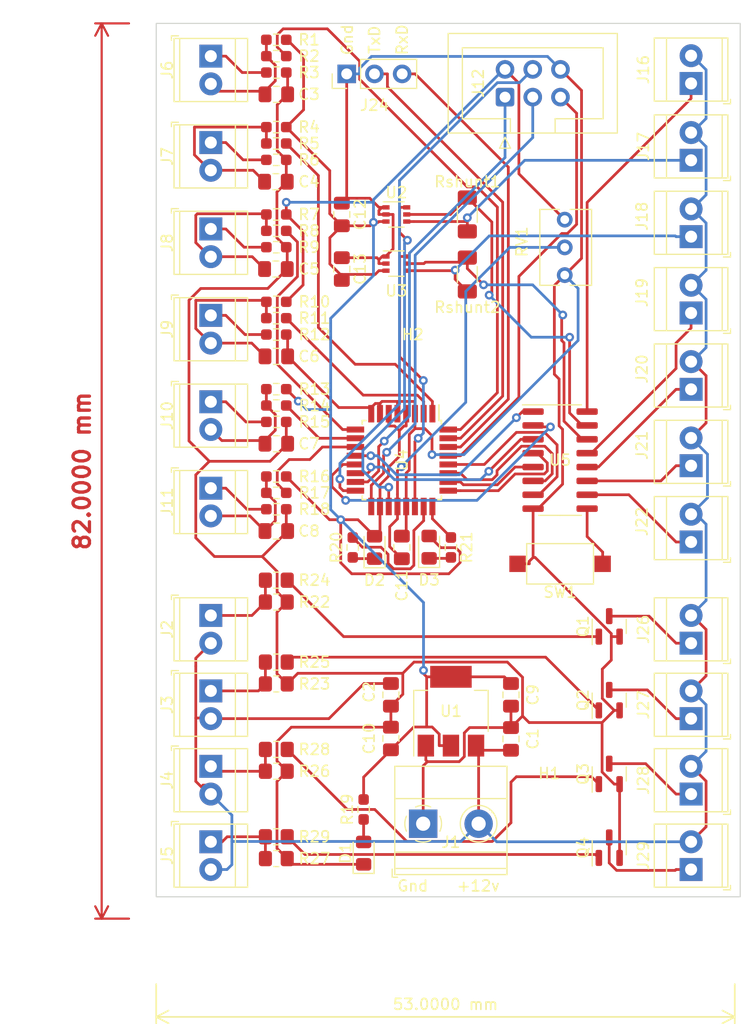
<source format=kicad_pcb>
(kicad_pcb (version 20211014) (generator pcbnew)
  (layers (0 "F.Cu" signal) (31 "B.Cu" signal) (34 "B.Paste" user) (35 "F.Paste" user) (36 "B.SilkS" user "B.Silkscreen") (37 "F.SilkS" user "F.Silkscreen") (38 "B.Mask" user) (39 "F.Mask" user) (44 "Edge.Cuts" user))
  (net 0 "")
  (net 1 "Net-(C3-Pad1)")
  (net 2 "Net-(C4-Pad1)")
  (net 3 "Net-(C5-Pad1)")
  (net 4 "Net-(C6-Pad1)")
  (net 5 "Net-(C7-Pad1)")
  (net 6 "+5V")
  (net 7 "/General 1 out")
  (net 8 "12 IN")
  (net 9 "/Oil out")
  (net 10 "RST")
  (net 11 "B2 shunt")
  (net 12 "B1 Shunt")
  (net 13 "B1 in")
  (net 14 "B2 in")
  (net 15 "fuel in")
  (net 16 "Oil in")
  (net 17 "General 1 in")
  (net 18 "GND")
  (net 19 "I3")
  (net 20 "I4")
  (net 21 "/Blink 1 out")
  (net 22 "/Blink 2 out")
  (net 23 "Fuel LEDc")
  (net 24 "I2")
  (net 25 "I1")
  (net 26 "Oil Ledc")
  (net 27 "neutral Ledc")
  (net 28 "Turn Ledc")
  (net 29 "Blink 1 ctrl")
  (net 30 "Blink 2 ctrl")
  (net 31 "Net-(J7-Pad1)")
  (net 32 "Net-(J10-Pad1)")
  (net 33 "General c")
  (net 34 "Turn Sig 2c")
  (net 35 "Turn Sig 1c")
  (net 36 "Net-(D3-Pad1)")
  (net 37 "Net-(D2-Pad1)")
  (net 38 "Net-(D1-Pad2)")
  (net 39 "/Fuel LED out")
  (net 40 "/Neutral out")
  (net 41 "/Blink LED out")
  (net 42 "Neutral in")
  (net 43 "MISO")
  (net 44 "MOSI")
  (net 45 "SCK")
  (net 46 "Net-(J6-Pad1)")
  (net 47 "Net-(J8-Pad1)")
  (net 48 "Net-(J9-Pad1)")
  (net 49 "Net-(J11-Pad1)")
  (net 50 "Net-(Q1-Pad3)")
  (net 51 "Net-(SW1-Pad1)")
  (net 52 "Net-(Q1-Pad1)")
  (net 53 "Net-(Q2-Pad1)")
  (net 54 "Net-(Q3-Pad1)")
  (net 55 "Net-(Q4-Pad1)")
  (net 56 "aref")
  (net 57 "Net-(Q3-Pad3)")
  (net 58 "Net-(C8-Pad1)")
  (net 59 "Net-(R20-Pad1)")
  (net 60 "Net-(R21-Pad1)")
  (net 61 "RXD")
  (net 62 "TXD")
  (net 63 "Net-(J27-Pad1)")
  (net 64 "Net-(J29-Pad1)")
  (footprint "TerminalBlock_TE-Connectivity:TerminalBlock_TE_282834-2_1x02_P2.54mm_Horizontal" (layer "F.Cu") (at 78.5 183 90)
    (fp_text reference "J29")
    (fp_text value "General")
  )
  (footprint "Capacitor_SMD:C_0805_2012Metric_Pad1.18x1.45mm_HandSolder" (layer "F.Cu") (at 40.5 152)
    (fp_text reference "C8")
    (fp_text value "0,1uf")
  )
  (footprint "Capacitor_SMD:C_0805_2012Metric_Pad1.18x1.45mm_HandSolder" (layer "F.Cu") (at 40.5 136)
    (fp_text reference "C6")
    (fp_text value "0,1uf")
  )
  (footprint "TerminalBlock_Phoenix:TerminalBlock_Phoenix_MKDS-1,5-2-5.08_1x02_P5.08mm_Horizontal" (layer "F.Cu") (at 53.955 178.805)
    (fp_text reference "J1")
    (fp_text value "12 v in")
  )
  (footprint "TerminalBlock_TE-Connectivity:TerminalBlock_TE_282834-2_1x02_P2.54mm_Horizontal" (layer "F.Cu") (at 34.5 124.3289 -90)
    (fp_text reference "J8")
    (fp_text value "Fuel")
  )
  (footprint "LED_SMD:LED_0805_2012Metric_Pad1.15x1.40mm_HandSolder" (layer "F.Cu") (at 48.5 181.5 90)
    (fp_text reference "D1")
    (fp_text value "LED")
  )
  (footprint "Potentiometer_THT:Potentiometer_Bourns_3266Y_Vertical" (layer "F.Cu") (at 66.925 123.475 90)
    (fp_text reference "RV1")
    (fp_text value "R_Potentiometer_Small")
  )
  (footprint "Package_TO_SOT_SMD:SOT-23" (layer "F.Cu") (at 71 181 90)
    (fp_text reference "Q4")
    (fp_text value "AO3400A")
  )
  (footprint "Resistor_SMD:R_0603_1608Metric_Pad0.98x0.95mm_HandSolder" (layer "F.Cu") (at 40.5 108.5)
    (fp_text reference "R2")
    (fp_text value "680")
  )
  (footprint "Resistor_SMD:R_0805_2012Metric_Pad1.20x1.40mm_HandSolder" (layer "F.Cu") (at 40.5 182)
    (fp_text reference "R27")
    (fp_text value "4K7")
  )
  (footprint "Package_SO:SOIC-16_3.9x9.9mm_P1.27mm" (layer "F.Cu") (at 66.5 145.5)
    (fp_text reference "U5")
    (fp_text value "ULN2003")
  )
  (footprint "TerminalBlock_TE-Connectivity:TerminalBlock_TE_282834-2_1x02_P2.54mm_Horizontal" (layer "F.Cu") (at 34.5 173.55 -90)
    (fp_text reference "J4")
    (fp_text value "H3")
  )
  (footprint "Resistor_SMD:R_0603_1608Metric_Pad0.98x0.95mm_HandSolder" (layer "F.Cu") (at 40.5 126)
    (fp_text reference "R9")
    (fp_text value "680")
  )
  (footprint "Resistor_SMD:R_0805_2012Metric_Pad1.20x1.40mm_HandSolder" (layer "F.Cu") (at 40.5 166)
    (fp_text reference "R23")
    (fp_text value "4K7")
  )
  (footprint "Resistor_SMD:R_0603_1608Metric_Pad0.98x0.95mm_HandSolder" (layer "F.Cu") (at 40.5 140.5)
    (fp_text reference "R14")
    (fp_text value "680")
  )
  (footprint "Capacitor_SMD:C_0805_2012Metric_Pad1.18x1.45mm_HandSolder" (layer "F.Cu") (at 52 153.5 90)
    (fp_text reference "C11")
    (fp_text value "C")
  )
  (footprint "Resistor_SMD:R_0603_1608Metric_Pad0.98x0.95mm_HandSolder" (layer "F.Cu") (at 40.5 118)
    (fp_text reference "R6")
    (fp_text value "680")
  )
  (footprint "Connector_IDC:IDC-Header_2x03_P2.54mm_Vertical" (layer "F.Cu") (at 61.455 112.2525 90)
    (fp_text reference "J12")
    (fp_text value "AVR-ISP-6")
  )
  (footprint "TerminalBlock_TE-Connectivity:TerminalBlock_TE_282834-2_1x02_P2.54mm_Horizontal" (layer "F.Cu") (at 34.5 140.1578 -90)
    (fp_text reference "J10")
    (fp_text value "Neutral")
  )
  (footprint "TerminalBlock_TE-Connectivity:TerminalBlock_TE_282834-2_1x02_P2.54mm_Horizontal" (layer "F.Cu") (at 34.5 132.2433 -90)
    (fp_text reference "J9")
    (fp_text value "Oil")
  )
  (footprint "Resistor_SMD:R_0603_1608Metric_Pad0.98x0.95mm_HandSolder" (layer "F.Cu") (at 40.5 148.5)
    (fp_text reference "R17")
    (fp_text value "680")
  )
  (footprint "TerminalBlock_TE-Connectivity:TerminalBlock_TE_282834-2_1x02_P2.54mm_Horizontal" (layer "F.Cu") (at 34.5 108.5 -90)
    (fp_text reference "J6")
    (fp_text value "Blink 1")
  )
  (footprint "Capacitor_SMD:C_0805_2012Metric_Pad1.18x1.45mm_HandSolder" (layer "F.Cu") (at 40.4625 128)
    (fp_text reference "C5")
    (fp_text value "0,1uf")
  )
  (footprint "TerminalBlock_TE-Connectivity:TerminalBlock_TE_282834-2_1x02_P2.54mm_Horizontal" (layer "F.Cu") (at 78.5 169.18 90)
    (fp_text reference "J27")
    (fp_text value "General")
  )
  (footprint "Capacitor_SMD:C_0805_2012Metric_Pad1.18x1.45mm_HandSolder" (layer "F.Cu") (at 62 171.0375 90)
    (fp_text reference "C1")
    (fp_text value "C")
  )
  (footprint "Resistor_SMD:R_0603_1608Metric_Pad0.98x0.95mm_HandSolder" (layer "F.Cu") (at 40.5 124.5)
    (fp_text reference "R8")
    (fp_text value "680")
  )
  (footprint "Resistor_SMD:R_0805_2012Metric_Pad1.20x1.40mm_HandSolder" (layer "F.Cu") (at 40.5 156.5)
    (fp_text reference "R24")
    (fp_text value "1000")
  )
  (footprint "TerminalBlock_TE-Connectivity:TerminalBlock_TE_282834-2_1x02_P2.54mm_Horizontal" (layer "F.Cu") (at 78.5 118.04 90)
    (fp_text reference "J17")
    (fp_text value "Turn Signal 1")
  )
  (footprint "TerminalBlock_TE-Connectivity:TerminalBlock_TE_282834-2_1x02_P2.54mm_Horizontal" (layer "F.Cu") (at 34.5 116.4144 -90)
    (fp_text reference "J7")
    (fp_text value "Blink 2")
  )
  (footprint "Package_QFP:TQFP-32_7x7mm_P0.8mm" (layer "F.Cu") (at 52 145.5 -90)
    (fp_text reference "U4")
    (fp_text value "ATmega8L-8A")
  )
  (footprint "Resistor_SMD:R_0805_2012Metric_Pad1.20x1.40mm_HandSolder" (layer "F.Cu") (at 40.5 158.5)
    (fp_text reference "R22")
    (fp_text value "4K7")
  )
  (footprint "Resistor_SMD:R_0603_1608Metric_Pad0.98x0.95mm_HandSolder" (layer "F.Cu") (at 47.5 153.5 -90)
    (fp_text reference "R20")
    (fp_text value "R")
  )
  (footprint "Resistor_SMD:R_0805_2012Metric_Pad1.20x1.40mm_HandSolder" (layer "F.Cu") (at 40.5 172)
    (fp_text reference "R28")
    (fp_text value "1000")
  )
  (footprint "Package_TO_SOT_SMD:SOT-23" (layer "F.Cu") (at 71 174.2433 90)
    (fp_text reference "Q3")
    (fp_text value "AO3400A")
  )
  (footprint "Capacitor_SMD:C_0805_2012Metric_Pad1.18x1.45mm_HandSolder" (layer "F.Cu") (at 40.5 112)
    (fp_text reference "C3")
    (fp_text value "0,1uf")
  )
  (footprint "LED_SMD:LED_0805_2012Metric_Pad1.15x1.40mm_HandSolder" (layer "F.Cu") (at 49.5 153.5 90)
    (fp_text reference "D2")
    (fp_text value "LED")
  )
  (footprint "Resistor_SMD:R_0603_1608Metric_Pad0.98x0.95mm_HandSolder" (layer "F.Cu") (at 40.5 134)
    (fp_text reference "R12")
    (fp_text value "680")
  )
  (footprint "Resistor_SMD:R_0603_1608Metric_Pad0.98x0.95mm_HandSolder" (layer "F.Cu") (at 40.5 107)
    (fp_text reference "R1")
    (fp_text value "6K8")
  )
  (footprint "Capacitor_SMD:C_0805_2012Metric_Pad1.18x1.45mm_HandSolder" (layer "F.Cu") (at 46.5 123 -90)
    (fp_text reference "C12")
    (fp_text value "C")
  )
  (footprint "Resistor_SMD:R_0603_1608Metric_Pad0.98x0.95mm_HandSolder" (layer "F.Cu") (at 56.5 153.5 -90)
    (fp_text reference "R21")
    (fp_text value "R")
  )
  (footprint "Package_TO_SOT_SMD:SOT-23" (layer "F.Cu") (at 71 167.4867 90)
    (fp_text reference "Q2")
    (fp_text value "AO3400A")
  )
  (footprint "Package_TO_SOT_SMD:SOT-363_SC-70-6" (layer "F.Cu") (at 51.5 123)
    (fp_text reference "U2")
    (fp_text value "NCS210")
  )
  (footprint "LED_SMD:LED_0805_2012Metric_Pad1.15x1.40mm_HandSolder" (layer "F.Cu") (at 54.5 153.475 90)
    (fp_text reference "D3")
    (fp_text value "LED")
  )
  (footprint "Resistor_SMD:R_0603_1608Metric_Pad0.98x0.95mm_HandSolder" (layer "F.Cu") (at 48.5 177.5 -90)
    (fp_text reference "R19")
    (fp_text value "R")
  )
  (footprint "TerminalBlock_TE-Connectivity:TerminalBlock_TE_282834-2_1x02_P2.54mm_Horizontal" (layer "F.Cu") (at 78.5 125.0333 90)
    (fp_text reference "J18")
    (fp_text value "Turn Signal 2")
  )
  (footprint "TerminalBlock_TE-Connectivity:TerminalBlock_TE_282834-2_1x02_P2.54mm_Horizontal" (layer "F.Cu") (at 34.5 180.46 -90)
    (fp_text reference "J5")
    (fp_text value "H4")
  )
  (footprint "Resistor_SMD:R_0805_2012Metric_Pad1.20x1.40mm_HandSolder" (layer "F.Cu") (at 40.5 180)
    (fp_text reference "R29")
    (fp_text value "1000")
  )
  (footprint "TerminalBlock_TE-Connectivity:TerminalBlock_TE_282834-2_1x02_P2.54mm_Horizontal" (layer "F.Cu") (at 78.5 162.27 90)
    (fp_text reference "J26")
    (fp_text value "General")
  )
  (footprint "Resistor_SMD:R_0603_1608Metric_Pad0.98x0.95mm_HandSolder" (layer "F.Cu") (at 40.5 132.5)
    (fp_text reference "R11")
    (fp_text value "680")
  )
  (footprint "Package_TO_SOT_SMD:SOT-223-3_TabPin2" (layer "F.Cu") (at 56.5 168.5 90)
    (fp_text reference "U1")
    (fp_text value "AMS1117")
  )
  (footprint "TerminalBlock_TE-Connectivity:TerminalBlock_TE_282834-2_1x02_P2.54mm_Horizontal" (layer "F.Cu") (at 34.5 159.73 -90)
    (fp_text reference "J2")
    (fp_text value "H1")
  )
  (footprint "TerminalBlock_TE-Connectivity:TerminalBlock_TE_282834-2_1x02_P2.54mm_Horizontal" (layer "F.Cu") (at 78.5 139.02 90)
    (fp_text reference "J20")
    (fp_text value "Neutral Led")
  )
  (footprint "TerminalBlock_TE-Connectivity:TerminalBlock_TE_282834-2_1x02_P2.54mm_Horizontal" (layer "F.Cu") (at 78.5 176.09 90)
    (fp_text reference "J28")
    (fp_text value "General")
  )
  (footprint "Resistor_SMD:R_0603_1608Metric_Pad0.98x0.95mm_HandSolder" (layer "F.Cu") (at 40.5 142)
    (fp_text reference "R15")
    (fp_text value "680")
  )
  (footprint "Package_TO_SOT_SMD:SOT-23" (layer "F.Cu") (at 71 160.73 90)
    (fp_text reference "Q1")
    (fp_text value "AO3400A")
  )
  (footprint "Resistor_SMD:R_1206_3216Metric_Pad1.30x1.75mm_HandSolder" (layer "F.Cu") (at 58 123 90)
    (fp_text reference "Rshunt1")
    (fp_text value "R")
  )
  (footprint "TerminalBlock_TE-Connectivity:TerminalBlock_TE_282834-2_1x02_P2.54mm_Horizontal" (layer "F.Cu") (at 78.5 111 90)
    (fp_text reference "J16")
    (fp_text value "Fuel Led")
  )
  (footprint "Capacitor_SMD:C_0805_2012Metric_Pad1.18x1.45mm_HandSolder" (layer "F.Cu") (at 51 167 -90)
    (fp_text reference "C2")
    (fp_text value "C")
  )
  (footprint "Resistor_SMD:R_0603_1608Metric_Pad0.98x0.95mm_HandSolder" (layer "F.Cu") (at 40.5 150)
    (fp_text reference "R18")
    (fp_text value "680")
  )
  (footprint "Resistor_SMD:R_0603_1608Metric_Pad0.98x0.95mm_HandSolder" (layer "F.Cu") (at 40.5 115)
    (fp_text reference "R4")
    (fp_text value "6K8")
  )
  (footprint "Resistor_SMD:R_0805_2012Metric_Pad1.20x1.40mm_HandSolder" (layer "F.Cu") (at 40.5 164)
    (fp_text reference "R25")
    (fp_text value "1000")
  )
  (footprint "Resistor_SMD:R_0603_1608Metric_Pad0.98x0.95mm_HandSolder" (layer "F.Cu") (at 40.5 131)
    (fp_text reference "R10")
    (fp_text value "6K8")
  )
  (footprint "Resistor_SMD:R_0805_2012Metric_Pad1.20x1.40mm_HandSolder" (layer "F.Cu") (at 40.5 174)
    (fp_text reference "R26")
    (fp_text value "4K7")
  )
  (footprint "MountingHole:MountingHole_3.2mm_M3_DIN965" (layer "F.Cu") (at 65.5 178)
    (fp_text reference "H1")
    (fp_text value "MountingHole")
  )
  (footprint "Resistor_SMD:R_0603_1608Metric_Pad0.98x0.95mm_HandSolder" (layer "F.Cu") (at 40.5 147)
    (fp_text reference "R16")
    (fp_text value "6K8")
  )
  (footprint "Resistor_SMD:R_1206_3216Metric_Pad1.30x1.75mm_HandSolder" (layer "F.Cu") (at 58 128.5 90)
    (fp_text reference "Rshunt2")
    (fp_text value "R")
  )
  (footprint "Capacitor_SMD:C_0805_2012Metric_Pad1.18x1.45mm_HandSolder" (layer "F.Cu") (at 62 167 -90)
    (fp_text reference "C9")
    (fp_text value "C")
  )
  (footprint "Capacitor_SMD:C_0805_2012Metric_Pad1.18x1.45mm_HandSolder" (layer "F.Cu") (at 46.5 128 -90)
    (fp_text reference "C13")
    (fp_text value "C")
  )
  (footprint "Capacitor_SMD:C_0805_2012Metric_Pad1.18x1.45mm_HandSolder" (layer "F.Cu") (at 40.5 144)
    (fp_text reference "C7")
    (fp_text value "0.1uf")
  )
  (footprint "Button_Switch_SMD:SW_SPST_CK_RS282G05A3" (layer "F.Cu") (at 66.5 155 180)
    (fp_text reference "SW1")
    (fp_text value "SW_Push")
  )
  (footprint "Resistor_SMD:R_0603_1608Metric_Pad0.98x0.95mm_HandSolder" (layer "F.Cu") (at 40.5 116.5)
    (fp_text reference "R5")
    (fp_text value "680")
  )
  (footprint "Connector_PinHeader_2.54mm:PinHeader_1x03_P2.54mm_Vertical" (layer "F.Cu") (at 46.95 110.125 90)
    (fp_text reference "J24")
    (fp_text value "Conn_01x03_Male")
  )
  (footprint "TerminalBlock_TE-Connectivity:TerminalBlock_TE_282834-2_1x02_P2.54mm_Horizontal" (layer "F.Cu") (at 78.5 146.0133 90)
    (fp_text reference "J21")
    (fp_text value "Turn Led")
  )
  (footprint "TerminalBlock_TE-Connectivity:TerminalBlock_TE_282834-2_1x02_P2.54mm_Horizontal" (layer "F.Cu") (at 78.5 153 90)
    (fp_text reference "J22")
    (fp_text value "General")
  )
  (footprint "MountingHole:MountingHole_3.2mm_M3_DIN965" (layer "F.Cu") (at 49 134)
    (fp_text reference "H2")
    (fp_text value "MountingHole")
  )
  (footprint "TerminalBlock_TE-Connectivity:TerminalBlock_TE_282834-2_1x02_P2.54mm_Horizontal" (layer "F.Cu") (at 34.5 166.64 -90)
    (fp_text reference "J3")
    (fp_text value "H2")
  )
  (footprint "Resistor_SMD:R_0603_1608Metric_Pad0.98x0.95mm_HandSolder" (layer "F.Cu") (at 40.5 139)
    (fp_text reference "R13")
    (fp_text value "6K8")
  )
  (footprint "TerminalBlock_TE-Connectivity:TerminalBlock_TE_282834-2_1x02_P2.54mm_Horizontal" (layer "F.Cu") (at 34.5 148.0722 -90)
    (fp_text reference "J11")
    (fp_text value "General")
  )
  (footprint "Capacitor_SMD:C_0805_2012Metric_Pad1.18x1.45mm_HandSolder" (layer "F.Cu") (at 40.4625 120)
    (fp_text reference "C4")
    (fp_text value "0,1uf")
  )
  (footprint "Resistor_SMD:R_0603_1608Metric_Pad0.98x0.95mm_HandSolder" (layer "F.Cu") (at 40.5 110)
    (fp_text reference "R3")
    (fp_text value "680")
  )
  (footprint "Resistor_SMD:R_0603_1608Metric_Pad0.98x0.95mm_HandSolder" (layer "F.Cu") (at 40.5 123)
    (fp_text reference "R7")
    (fp_text value "6K8")
  )
  (footprint "TerminalBlock_TE-Connectivity:TerminalBlock_TE_282834-2_1x02_P2.54mm_Horizontal" (layer "F.Cu") (at 78.5 132.0267 90)
    (fp_text reference "J19")
    (fp_text value "oil Led")
  )
  (footprint "Package_TO_SOT_SMD:SOT-363_SC-70-6" (layer "F.Cu") (at 51.5 127.5)
    (fp_text reference "U3")
    (fp_text value "NCS210")
  )
  (footprint "Capacitor_SMD:C_0805_2012Metric_Pad1.18x1.45mm_HandSolder" (layer "F.Cu") (at 51 171 90)
    (fp_text reference "C10")
    (fp_text value "C")
  )
  (gr_rect (start 29.5 105.5) (end 83 185.5) (layer "Edge.Cuts") (width 0.1) (fill none))
  (gr_text "+12v\n" (at 59 184.5) (layer "F.SilkS") (effects (font (size 1 1))))
  (gr_text "TxD" (at 49.5 107 90) (layer "F.SilkS") (effects (font (size 1 1))))
  (gr_text "RxD" (at 52.03 107 90) (layer "F.SilkS") (effects (font (size 1 1))))
  (gr_text "Gnd" (at 53 184.5) (layer "F.SilkS") (effects (font (size 1 1))))
  (gr_text "Gnd" (at 47 107 90) (layer "F.SilkS") (effects (font (size 1 1))))
  (dimension (type aligned) (layer "F.Cu") (pts (xy 27.5 105.5) (xy 27.5 187.5)) (height 3.000027) (gr_text "82,0000 mm" (at 22.699973 146.5 90) (layer "F.Cu") (effects (font (size 1.5 1.5) (thickness 0.3)))) (format (units 3) (units_format 1) (precision 4)) (style (thickness 0.2) (arrow_length 1.27) (text_position_mode 0) (extension_height 0.58642) (extension_offset 0.5) keep_text_aligned))
  (dimension (type aligned) (layer "F.SilkS") (pts (xy 29.5 193) (xy 82.5 193)) (height 3.5) (gr_text "53,0000 mm" (at 56 195.35) (layer "F.SilkS") (effects (font (size 1 1) (thickness 0.15)))) (format (units 3) (units_format 1) (precision 4)) (style (thickness 0.15) (arrow_length 1.27) (text_position_mode 0) (extension_height 0.58642) (extension_offset 0.5) keep_text_aligned))
  (segment (start 40.404 109.3165) (end 40.404 110.7688) (width 0.25) (layer "F.Cu") (net 1))
  (segment (start 39.5875 108.5) (end 40.404 109.3165) (width 0.25) (layer "F.Cu") (net 1))
  (segment (start 35.1703 111.7103) (end 34.5 111.04) (width 0.25) (layer "F.Cu") (net 1))
  (segment (start 39.4625 112) (end 39.4625 111.7103) (width 0.25) (layer "F.Cu") (net 1))
  (segment (start 39.5875 107) (end 39.5875 108.5) (width 0.25) (layer "F.Cu") (net 1))
  (segment (start 40.404 110.7688) (end 39.4625 111.7103) (width 0.25) (layer "F.Cu") (net 1))
  (segment (start 39.4625 111.7103) (end 35.1703 111.7103) (width 0.25) (layer "F.Cu") (net 1))
  (segment (start 33 117.5405) (end 33 115) (width 0.25) (layer "F.Cu") (net 2))
  (segment (start 39.425 120) (end 38.3794 118.9544) (width 0.25) (layer "F.Cu") (net 2))
  (segment (start 33 115) (end 39.5875 115) (width 0.25) (layer "F.Cu") (net 2))
  (segment (start 34.4139 118.9544) (end 33 117.5405) (width 0.25) (layer "F.Cu") (net 2))
  (segment (start 39.5875 115) (end 39.5875 116.5) (width 0.25) (layer "F.Cu") (net 2))
  (segment (start 38.3794 118.9544) (end 34.5 118.9544) (width 0.25) (layer "F.Cu") (net 2))
  (segment (start 34.5 118.9544) (end 34.4139 118.9544) (width 0.25) (layer "F.Cu") (net 2))
  (segment (start 38.2939 126.8689) (end 34.5 126.8689) (width 0.25) (layer "F.Cu") (net 3))
  (segment (start 34.4139 126.8689) (end 33.1246 125.5796) (width 0.25) (layer "F.Cu") (net 3))
  (segment (start 34.5 126.8689) (end 34.4139 126.8689) (width 0.25) (layer "F.Cu") (net 3))
  (segment (start 33.2635 122.9391) (end 39.5266 122.9391) (width 0.25) (layer "F.Cu") (net 3))
  (segment (start 39.5875 124.5) (end 39.5875 123) (width 0.25) (layer "F.Cu") (net 3))
  (segment (start 39.425 128) (end 38.2939 126.8689) (width 0.25) (layer "F.Cu") (net 3))
  (segment (start 33.1246 125.5796) (end 33.1246 123.078) (width 0.25) (layer "F.Cu") (net 3))
  (segment (start 33.1246 123.078) (end 33.2635 122.9391) (width 0.25) (layer "F.Cu") (net 3))
  (segment (start 39.5266 122.9391) (end 39.5875 123) (width 0.25) (layer "F.Cu") (net 3))
  (segment (start 34.4579 134.7832) (end 33.1246 133.4499) (width 0.25) (layer "F.Cu") (net 4))
  (segment (start 39.4554 130.8679) (end 39.5875 131) (width 0.25) (layer "F.Cu") (net 4))
  (segment (start 38.2458 134.7833) (end 34.5 134.7833) (width 0.25) (layer "F.Cu") (net 4))
  (segment (start 34.5 134.7832) (end 34.4579 134.7832) (width 0.25) (layer "F.Cu") (net 4))
  (segment (start 33.1246 133.4499) (end 33.1246 130.8687) (width 0.25) (layer "F.Cu") (net 4))
  (segment (start 34.5 134.7833) (end 34.5 134.7832) (width 0.25) (layer "F.Cu") (net 4))
  (segment (start 33.1254 130.8679) (end 39.4554 130.8679) (width 0.25) (layer "F.Cu") (net 4))
  (segment (start 33.1246 130.8687) (end 33.1254 130.8679) (width 0.25) (layer "F.Cu") (net 4))
  (segment (start 39.4625 136) (end 38.2458 134.7833) (width 0.25) (layer "F.Cu") (net 4))
  (segment (start 39.5875 131) (end 39.5875 132.5) (width 0.25) (layer "F.Cu") (net 4))
  (segment (start 39.4625 143.7103) (end 35.5125 143.7103) (width 0.25) (layer "F.Cu") (net 5))
  (segment (start 40.404 142.7688) (end 39.4625 143.7103) (width 0.25) (layer "F.Cu") (net 5))
  (segment (start 40.404 141.3165) (end 40.404 142.7688) (width 0.25) (layer "F.Cu") (net 5))
  (segment (start 39.5875 140.5) (end 40.404 141.3165) (width 0.25) (layer "F.Cu") (net 5))
  (segment (start 39.4625 144) (end 39.4625 143.7103) (width 0.25) (layer "F.Cu") (net 5))
  (segment (start 39.5875 139) (end 39.5875 140.5) (width 0.25) (layer "F.Cu") (net 5))
  (segment (start 35.5125 143.7103) (end 34.5 142.6978) (width 0.25) (layer "F.Cu") (net 5))
  (segment (start 46.5 129.0375) (end 46.5 128.4915) (width 0.25) (layer "F.Cu") (net 6))
  (segment (start 62.7255 110.983) (end 61.455 109.7125) (width 0.25) (layer "F.Cu") (net 6))
  (segment (start 47.9844 150.9594) (end 46.4025 150.9594) (width 0.25) (layer "F.Cu") (net 6))
  (segment (start 46.5 124.0375) (end 45.408 125.1295) (width 0.25) (layer "F.Cu") (net 6))
  (segment (start 66.925 123.475) (end 62.7255 119.2755) (width 0.25) (layer "F.Cu") (net 6))
  (segment (start 62.7255 119.2755) (end 62.7255 110.983) (width 0.25) (layer "F.Cu") (net 6))
  (segment (start 57.3402 154.8805) (end 56.3096 155.9111) (width 0.25) (layer "F.Cu") (net 6))
  (segment (start 49.8284 123.7213) (end 49.8997 123.65) (width 0.25) (layer "F.Cu") (net 6))
  (segment (start 51.3383 142.3753) (end 50.8 142.3753) (width 0.25) (layer "F.Cu") (net 6))
  (segment (start 43 113.4125) (end 43 108.5) (width 0.25) (layer "F.Cu") (net 6))
  (segment (start 51.7697 142.8067) (end 51.7697 145.1664) (width 0.25) (layer "F.Cu") (net 6))
  (segment (start 45.408 127.536) (end 46.3635 128.4915) (width 0.25) (layer "F.Cu") (net 6))
  (segment (start 57.3402 153.9322) (end 57.3402 154.8805) (width 0.25) (layer "F.Cu") (net 6))
  (segment (start 42.9518 124.5393) (end 42.9518 129.4607) (width 0.25) (layer "F.Cu") (net 6))
  (segment (start 48.5 174.5375) (end 48.5 176.5875) (width 0.25) (layer "F.Cu") (net 6))
  (segment (start 45.408 125.1295) (end 45.408 127.536) (width 0.25) (layer "F.Cu") (net 6))
  (segment (start 54.2747 169.9477) (end 53.0898 169.9477) (width 0.25) (layer "F.Cu") (net 6))
  (segment (start 46.4025 150.9594) (end 45.3719 150.9594) (width 0.25) (layer "F.Cu") (net 6))
  (segment (start 50.55 123.65) (end 49.8997 123.65) (width 0.25) (layer "F.Cu") (net 6))
  (segment (start 51.7697 142.8067) (end 51.3383 142.3753) (width 0.25) (layer "F.Cu") (net 6))
  (segment (start 45.3962 118.9837) (end 41.4125 115) (width 0.25) (layer "F.Cu") (net 6))
  (segment (start 53.0898 169.9477) (end 51 172.0375) (width 0.25) (layer "F.Cu") (net 6))
  (segment (start 47.4111 155.9111) (end 46.4025 154.9025) (width 0.25) (layer "F.Cu") (net 6))
  (segment (start 43 108.5) (end 41.5 107) (width 0.25) (layer "F.Cu") (net 6))
  (segment (start 62 165.9625) (end 61.3875 165.35) (width 0.25) (layer "F.Cu") (net 6))
  (segment (start 49.5 152.475) (end 47.9844 150.9594) (width 0.25) (layer "F.Cu") (net 6))
  (segment (start 42.9518 129.4607) (end 41.4125 131) (width 0.25) (layer "F.Cu") (net 6))
  (segment (start 46.5 124.0375) (end 45.3962 122.9337) (width 0.25) (layer "F.Cu") (net 6))
  (segment (start 42.5127 140.1002) (end 41.4125 139) (width 0.25) (layer "F.Cu") (net 6))
  (segment (start 46.5 128.4915) (end 49.5582 128.4915) (width 0.25) (layer "F.Cu") (net 6))
  (segment (start 54.2747 165.35) (end 53.9869 165.0622) (width 0.25) (layer "F.Cu") (net 6))
  (segment (start 51.7697 145.1664) (end 50.7803 146.1558) (width 0.25) (layer "F.Cu") (net 6))
  (segment (start 41.5 107) (end 41.4125 107) (width 0.25) (layer "F.Cu") (net 6))
  (segment (start 51.7697 142.8067) (end 52.2011 142.3753) (width 0.25) (layer "F.Cu") (net 6))
  (segment (start 54.7781 169.9477) (end 54.2747 169.9477) (width 0.25) (layer "F.Cu") (net 6))
  (segment (start 56.3096 155.9111) (end 47.4111 155.9111) (width 0.25) (layer "F.Cu") (net 6))
  (segment (start 45.3962 122.9337) (end 45.3962 118.9837) (width 0.25) (layer "F.Cu") (net 6))
  (segment (start 50 151.975) (end 50 149.75) (width 0.25) (layer "F.Cu") (net 6))
  (segment (start 50.55 128.15) (end 49.8997 128.15) (width 0.25) (layer "F.Cu") (net 6))
  (segment (start 50.7803 146.1558) (end 50.7803 146.9771) (width 0.25) (layer "F.Cu") (net 6))
  (segment (start 49.5582 128.4915) (end 49.8997 128.15) (width 0.25) (layer "F.Cu") (net 6))
  (segment (start 61.3875 165.35) (end 56.5 165.35) (width 0.25) (layer "F.Cu") (net 6))
  (segment (start 55.4247 170.5943) (end 54.7781 169.9477) (width 0.25) (layer "F.Cu") (net 6))
  (segment (start 54.5 152.45) (end 55.5717 153.5217) (width 0.25) (layer "F.Cu") (net 6))
  (segment (start 46.4025 154.9025) (end 46.4025 150.9594) (width 0.25) (layer "F.Cu") (net 6))
  (segment (start 50.7803 146.9771) (end 50 147.7574) (width 0.25) (layer "F.Cu") (net 6))
  (segment (start 56.5 165.35) (end 54.2747 165.35) (width 0.25) (layer "F.Cu") (net 6))
  (segment (start 45.3719 150.9594) (end 41.4125 147) (width 0.25) (layer "F.Cu") (net 6))
  (segment (start 56.5 171.65) (end 55.4247 171.65) (width 0.25) (layer "F.Cu") (net 6))
  (segment (start 54.2747 165.35) (end 54.2747 169.9477) (width 0.25) (layer "F.Cu") (net 6))
  (segment (start 49.5 152.475) (end 50 151.975) (width 0.25) (layer "F.Cu") (net 6))
  (segment (start 46.5 124.0375) (end 49.0858 124.0375) (width 0.25) (layer "F.Cu") (net 6))
  (segment (start 41.4125 121.8842) (end 41.4125 123) (width 0.25) (layer "F.Cu") (net 6))
  (segment (start 55.4247 171.65) (end 55.4247 170.5943) (width 0.25) (layer "F.Cu") (net 6))
  (segment (start 50.8 141.25) (end 50.8 142.3753) (width 0.25) (layer "F.Cu") (net 6))
  (segment (start 49.402 123.7213) (end 49.8284 123.7213) (width 0.25) (layer "F.Cu") (net 6))
  (segment (start 55.5717 153.5217) (end 56.9297 153.5217) (width 0.25) (layer "F.Cu") (net 6))
  (segment (start 51 172.0375) (end 48.5 174.5375) (width 0.25) (layer "F.Cu") (net 6))
  (segment (start 49.0858 124.0375) (end 49.402 123.7213) (width 0.25) (layer "F.Cu") (net 6))
  (segment (start 50 147.7574) (end 50 149.75) (width 0.25) (layer "F.Cu") (net 6))
  (segment (start 52.2011 142.3753) (end 52.4 142.3753) (width 0.25) (layer "F.Cu") (net 6))
  (segment (start 56.9297 153.5217) (end 57.3402 153.9322) (width 0.25) (layer "F.Cu") (net 6))
  (segment (start 52.4 141.25) (end 52.4 142.3753) (width 0.25) (layer "F.Cu") (net 6))
  (segment (start 41.4125 123) (end 42.9518 124.5393) (width 0.25) (layer "F.Cu") (net 6))
  (segment (start 41.4125 115) (end 43 113.4125) (width 0.25) (layer "F.Cu") (net 6))
  (segment (start 53.9869 165.0622) (end 53.9869 164.7562) (width 0.25) (layer "F.Cu") (net 6))
  (segment (start 46.3635 128.4915) (end 46.5 128.4915) (width 0.25) (layer "F.Cu") (net 6))
  (via (at 41.4125 121.8842) (size 0.8) (drill 0.4) (layers "F.Cu" "B.Cu") (net 6))
  (via (at 49.402 123.7213) (size 0.8) (drill 0.4) (layers "F.Cu" "B.Cu") (net 6))
  (via (at 42.5127 140.1002) (size 0.8) (drill 0.4) (layers "F.Cu" "B.Cu") (net 6))
  (via (at 46.4025 150.9594) (size 0.8) (drill 0.4) (layers "F.Cu" "B.Cu") (net 6))
  (via (at 53.9869 164.7562) (size 0.8) (drill 0.4) (layers "F.Cu" "B.Cu") (net 6))
  (segment (start 45.481 150.0379) (end 46.4025 150.9594) (width 0.25) (layer "B.Cu") (net 6))
  (segment (start 49.402 128.598) (end 49.402 123.7213) (width 0.25) (layer "B.Cu") (net 6))
  (segment (start 49.402 121.6462) (end 61.3357 109.7125) (width 0.25) (layer "B.Cu") (net 6))
  (segment (start 45.481 132.519) (end 49.402 128.598) (width 0.25) (layer "B.Cu") (net 6))
  (segment (start 45.481 140.8762) (end 43.2887 140.8762) (width 0.25) (layer "B.Cu") (net 6))
  (segment (start 45.481 140.8762) (end 45.481 132.519) (width 0.25) (layer "B.Cu") (net 6))
  (segment (start 61.3357 109.7125) (end 61.455 109.7125) (width 0.25) (layer "B.Cu") (net 6))
  (segment (start 53.9869 158.5438) (end 46.4025 150.9594) (width 0.25) (layer "B.Cu") (net 6))
  (segment (start 49.402 123.7213) (end 49.402 121.8842) (width 0.25) (layer "B.Cu") (net 6))
  (segment (start 49.402 121.8842) (end 49.402 121.6462) (width 0.25) (layer "B.Cu") (net 6))
  (segment (start 53.9869 164.7562) (end 53.9869 158.5438) (width 0.25) (layer "B.Cu") (net 6))
  (segment (start 43.2887 140.8762) (end 42.5127 140.1002) (width 0.25) (layer "B.Cu") (net 6))
  (segment (start 49.402 121.8842) (end 41.4125 121.8842) (width 0.25) (layer "B.Cu") (net 6))
  (segment (start 45.481 140.8762) (end 45.481 150.0379) (width 0.25) (layer "B.Cu") (net 6))
  (segment (start 56.25 145.9) (end 59.5547 145.9) (width 0.25) (layer "F.Cu") (net 7))
  (segment (start 59.5547 145.9) (end 62.4947 142.96) (width 0.25) (layer "F.Cu") (net 7))
  (segment (start 65.0836 142.96) (end 66.2267 144.1031) (width 0.25) (layer "F.Cu") (net 7))
  (segment (start 62.4947 142.96) (end 65.0836 142.96) (width 0.25) (layer "F.Cu") (net 7))
  (segment (start 66.2267 144.1031) (end 66.2267 147.0188) (width 0.25) (layer "F.Cu") (net 7))
  (segment (start 64.5705 148.675) (end 64.025 148.675) (width 0.25) (layer "F.Cu") (net 7))
  (segment (start 66.2267 147.0188) (end 64.5705 148.675) (width 0.25) (layer "F.Cu") (net 7))
  (segment (start 79.8754 137.7693) (end 79.8754 142.0979) (width 0.25) (layer "F.Cu") (net 8))
  (segment (start 78.5 136.48) (end 78.5861 136.48) (width 0.25) (layer "F.Cu") (net 8))
  (segment (start 33.1246 169.1246) (end 33.1246 174.9246) (width 0.25) (layer "F.Cu") (net 8))
  (segment (start 79.8754 161.0193) (end 79.8754 165.2646) (width 0.25) (layer "F.Cu") (net 8))
  (segment (start 33.1246 164.3754) (end 33.1246 169.1246) (width 0.25) (layer "F.Cu") (net 8))
  (segment (start 79.8754 165.2646) (end 78.5 166.64) (width 0.25) (layer "F.Cu") (net 8))
  (segment (start 79.8754 174.9053) (end 78.5201 173.55) (width 0.25) (layer "F.Cu") (net 8))
  (segment (start 59.035 172.075) (end 59.035 178.805) (width 0.25) (layer "F.Cu") (net 8))
  (segment (start 78.5 180.46) (end 79.8754 179.0846) (width 0.25) (layer "F.Cu") (net 8))
  (segment (start 33.1246 174.9246) (end 34.29 176.09) (width 0.25) (layer "F.Cu") (net 8))
  (segment (start 78.5861 136.48) (end 79.8754 137.7693) (width 0.25) (layer "F.Cu") (net 8))
  (segment (start 78.5 159.73) (end 78.5861 159.73) (width 0.25) (layer "F.Cu") (net 8))
  (segment (start 78.5201 173.55) (end 78.5 173.55) (width 0.25) (layer "F.Cu") (net 8))
  (segment (start 34.4446 169.1246) (end 34.5 169.18) (width 0.25) (layer "F.Cu") (net 8))
  (segment (start 33.77 175.27) (end 34.5 175.27) (width 0.25) (layer "F.Cu") (net 8))
  (segment (start 51 165.9625) (end 48.5375 165.9625) (width 0.25) (layer "F.Cu") (net 8))
  (segment (start 34.5 162.27) (end 33.1246 163.6454) (width 0.25) (layer "F.Cu") (net 8))
  (segment (start 59.035 172.075) (end 62 172.075) (width 0.25) (layer "F.Cu") (net 8))
  (segment (start 79.8754 142.0979) (end 78.5 143.4733) (width 0.25) (layer "F.Cu") (net 8))
  (segment (start 33.1246 169.1246) (end 34.4446 169.1246) (width 0.25) (layer "F.Cu") (net 8))
  (segment (start 78.5861 159.73) (end 79.8754 161.0193) (width 0.25) (layer "F.Cu") (net 8))
  (segment (start 33.1246 163.6454) (end 33.1246 164.3754) (width 0.25) (layer "F.Cu") (net 8))
  (segment (start 58.8 171.84) (end 59.035 172.075) (width 0.25) (layer "F.Cu") (net 8))
  (segment (start 45.32 169.18) (end 48.5375 165.9625) (width 0.25) (layer "F.Cu") (net 8))
  (segment (start 79.8754 179.0846) (end 79.8754 174.9053) (width 0.25) (layer "F.Cu") (net 8))
  (segment (start 58.8 171.65) (end 58.8 171.84) (width 0.25) (layer "F.Cu") (net 8))
  (segment (start 34.5 169.18) (end 45.32 169.18) (width 0.25) (layer "F.Cu") (net 8))
  (segment (start 34.29 176.09) (end 34.5 176.09) (width 0.25) (layer "F.Cu") (net 8))
  (segment (start 78.5861 136.48) (end 78.5 136.48) (width 0.25) (layer "B.Cu") (net 8))
  (segment (start 79.875 151.375) (end 78.96 150.46) (width 0.25) (layer "B.Cu") (net 8))
  (segment (start 78.5202 143.4734) (end 78.5 143.4734) (width 0.25) (layer "B.Cu") (net 8))
  (segment (start 36.4304 182.554524) (end 35.984924 183) (width 0.25) (layer "B.Cu") (net 8))
  (segment (start 59.035 178.805) (end 60.69 180.46) (width 0.25) (layer "B.Cu") (net 8))
  (segment (start 36.4304 180.4304) (end 36.4304 178.5696) (width 0.25) (layer "B.Cu") (net 8))
  (segment (start 78.96 150.46) (end 78.5 150.46) (width 0.25) (layer "B.Cu") (net 8))
  (segment (start 79.8754 128.1113) (end 78.5395 129.4472) (width 0.25) (layer "B.Cu") (net 8))
  (segment (start 78.5 150.46) (end 80 148.96) (width 0.25) (layer "B.Cu") (net 8))
  (segment (start 78.6055 166.64) (end 78.5 166.64) (width 0.25) (layer "B.Cu") (net 8))
  (segment (start 60.69 180.46) (end 78.5 180.46) (width 0.25) (layer "B.Cu") (net 8))
  (segment (start 79.8754 109.7493) (end 79.8754 114.2107) (width 0.25) (layer "B.Cu") (net 8))
  (segment (start 79.8754 135.1907) (end 78.5861 136.48) (width 0.25) (layer "B.Cu") (net 8))
  (segment (start 36.4304 178.0204) (end 36.4304 178.5696) (width 0.25) (layer "B.Cu") (net 8))
  (segment (start 78.5861 122.4933) (end 79.8754 123.7826) (width 0.25) (layer "B.Cu") (net 8))
  (segment (start 57.4096 180.4304) (end 36.4304 180.4304) (width 0.25) (layer "B.Cu") (net 8))
  (segment (start 79.8754 114.2107) (end 78.5861 115.5) (width 0.25) (layer "B.Cu") (net 8))
  (segment (start 79.8754 130.7832) (end 79.8754 135.1907) (width 0.25) (layer "B.Cu") (net 8))
  (segment (start 80 144.9532) (end 78.5202 143.4734) (width 0.25) (layer "B.Cu") (net 8))
  (segment (start 78.5395 129.4472) (end 79.8754 130.7832) (width 0.25) (layer "B.Cu") (net 8))
  (segment (start 34.5858 182.27) (end 34.5 182.27) (width 0.25) (layer "B.Cu") (net 8))
  (segment (start 79.875 158.355) (end 79.875 151.375) (width 0.25) (layer "B.Cu") (net 8))
  (segment (start 78.5395 129.4472) (end 78.5 129.4867) (width 0.25) (layer "B.Cu") (net 8))
  (segment (start 79.8754 167.9099) (end 78.6055 166.64) (width 0.25) (layer "B.Cu") (net 8))
  (segment (start 79.8754 121.204) (end 78.5861 122.4933) (width 0.25) (layer "B.Cu") (net 8))
  (segment (start 36.4304 180.4304) (end 36.4304 182.554524) (width 0.25) (layer "B.Cu") (net 8))
  (segment (start 78.5861 108.46) (end 79.8754 109.7493) (width 0.25) (layer "B.Cu") (net 8))
  (segment (start 35.984924 183) (end 34.5 183) (width 0.25) (layer "B.Cu") (net 8))
  (segment (start 78.5 159.73) (end 79.875 158.355) (width 0.25) (layer "B.Cu") (net 8))
  (segment (start 59.035 178.805) (end 57.4096 180.4304) (width 0.25) (layer "B.Cu") (net 8))
  (segment (start 78.5 143.4734) (end 78.5 143.4733) (width 0.25) (layer "B.Cu") (net 8))
  (segment (start 79.8754 123.7826) (end 79.8754 128.1113) (width 0.25) (layer "B.Cu") (net 8))
  (segment (start 78.5 173.55) (end 79.8754 172.1746) (width 0.25) (layer "B.Cu") (net 8))
  (segment (start 80 148.96) (end 80 144.9532) (width 0.25) (layer "B.Cu") (net 8))
  (segment (start 79.8754 172.1746) (end 79.8754 167.9099) (width 0.25) (layer "B.Cu") (net 8))
  (segment (start 36.4304 180.4304) (end 36.4279 180.4279) (width 0.25) (layer "B.Cu") (net 8))
  (segment (start 78.5 115.5) (end 78.5861 115.5) (width 0.25) (layer "B.Cu") (net 8))
  (segment (start 78.5 108.46) (end 78.5861 108.46) (width 0.25) (layer "B.Cu") (net 8))
  (segment (start 34.5 176.09) (end 36.4304 178.0204) (width 0.25) (layer "B.Cu") (net 8))
  (segment (start 78.5861 115.5) (end 79.8754 116.7893) (width 0.25) (layer "B.Cu") (net 8))
  (segment (start 78.5 122.4933) (end 78.5861 122.4933) (width 0.25) (layer "B.Cu") (net 8))
  (segment (start 79.8754 116.7893) (end 79.8754 121.204) (width 0.25) (layer "B.Cu") (net 8))
  (segment (start 60.849 148.3) (end 62.379 146.77) (width 0.25) (layer "F.Cu") (net 9))
  (segment (start 64.4356 144.865) (end 64.025 144.865) (width 0.25) (layer "F.Cu") (net 9))
  (segment (start 65.0523 146.77) (end 65.3259 146.4964) (width 0.25) (layer "F.Cu") (net 9))
  (segment (start 62.379 146.77) (end 65.0523 146.77) (width 0.25) (layer "F.Cu") (net 9))
  (segment (start 56.25 148.3) (end 57.3753 148.3) (width 0.25) (layer "F.Cu") (net 9))
  (segment (start 65.3259 145.7553) (end 64.4356 144.865) (width 0.25) (layer "F.Cu") (net 9))
  (segment (start 65.3259 146.4964) (end 65.3259 145.7553) (width 0.25) (layer "F.Cu") (net 9))
  (segment (start 57.3753 148.3) (end 60.849 148.3) (width 0.25) (layer "F.Cu") (net 9))
  (segment (start 62.724 139.7513) (end 57.3753 145.1) (width 0.25) (layer "F.Cu") (net 10))
  (segment (start 67.1719 124.745) (end 66.6566 124.745) (width 0.25) (layer "F.Cu") (net 10))
  (segment (start 66.535 112.2525) (end 68.0128 113.7303) (width 0.25) (layer "F.Cu") (net 10))
  (segment (start 62.724 128.6776) (end 62.724 139.7513) (width 0.25) (layer "F.Cu") (net 10))
  (segment (start 68.0128 123.9041) (end 67.1719 124.745) (width 0.25) (layer "F.Cu") (net 10))
  (segment (start 68.0128 113.7303) (end 68.0128 123.9041) (width 0.25) (layer "F.Cu") (net 10))
  (segment (start 66.6566 124.745) (end 62.724 128.6776) (width 0.25) (layer "F.Cu") (net 10))
  (segment (start 56.25 145.1) (end 57.3753 145.1) (width 0.25) (layer "F.Cu") (net 10))
  (segment (start 52.45 128.15) (end 53.1003 128.15) (width 0.25) (layer "F.Cu") (net 11))
  (segment (start 53.1003 128.15) (end 56.882 128.15) (width 0.25) (layer "F.Cu") (net 11))
  (segment (start 56.882 128.932) (end 56.882 128.15) (width 0.25) (layer "F.Cu") (net 11))
  (segment (start 56.882 128.15) (end 56.882 128.0971) (width 0.25) (layer "F.Cu") (net 11))
  (segment (start 58 130.05) (end 56.882 128.932) (width 0.25) (layer "F.Cu") (net 11))
  (via (at 56.882 128.0971) (size 0.8) (drill 0.4) (layers "F.Cu" "B.Cu") (net 11))
  (segment (start 60.0179 124.9612) (end 77.0526 124.9612) (width 0.25) (layer "B.Cu") (net 11))
  (segment (start 77.0526 124.9612) (end 77.1247 125.0333) (width 0.25) (layer "B.Cu") (net 11))
  (segment (start 56.882 128.0971) (end 60.0179 124.9612) (width 0.25) (layer "B.Cu") (net 11))
  (segment (start 78.5 125.0333) (end 77.1247 125.0333) (width 0.25) (layer "B.Cu") (net 11))
  (segment (start 52.45 123.65) (end 53.1003 123.65) (width 0.25) (layer "F.Cu") (net 12))
  (segment (start 58 123.65) (end 53.1003 123.65) (width 0.25) (layer "F.Cu") (net 12))
  (segment (start 58 123.65) (end 58 123.2972) (width 0.25) (layer "F.Cu") (net 12))
  (segment (start 58 124.55) (end 58 123.65) (width 0.25) (layer "F.Cu") (net 12))
  (via (at 58 123.2972) (size 0.8) (drill 0.4) (layers "F.Cu" "B.Cu") (net 12))
  (segment (start 63.2572 118.04) (end 78.5 118.04) (width 0.25) (layer "B.Cu") (net 12))
  (segment (start 58 123.2972) (end 63.2572 118.04) (width 0.25) (layer "B.Cu") (net 12))
  (segment (start 60.752 122.3278) (end 60.752 139.3233) (width 0.25) (layer "F.Cu") (net 13))
  (segment (start 48.1404 108.9631) (end 48.1404 110.6282) (width 0.25) (layer "F.Cu") (net 13))
  (segment (start 40.5892 107.6767) (end 40.5892 106.540305) (width 0.25) (layer "F.Cu") (net 13))
  (segment (start 60.752 139.3233) (end 57.3753 142.7) (width 0.25) (layer "F.Cu") (net 13))
  (segment (start 58.8975 120.4733) (end 60.752 122.3278) (width 0.25) (layer "F.Cu") (net 13))
  (segment (start 45.1773 106) (end 48.1404 108.9631) (width 0.25) (layer "F.Cu") (net 13))
  (segment (start 57.3753 142.7) (end 56.25 142.7) (width 0.25) (layer "F.Cu") (net 13))
  (segment (start 41.129505 106) (end 45.1773 106) (width 0.25) (layer "F.Cu") (net 13))
  (segment (start 40.5892 106.540305) (end 41.129505 106) (width 0.25) (layer "F.Cu") (net 13))
  (segment (start 48.1404 110.6282) (end 57.9855 120.4733) (width 0.25) (layer "F.Cu") (net 13))
  (segment (start 57.9855 120.4733) (end 58.8975 120.4733) (width 0.25) (layer "F.Cu") (net 13))
  (segment (start 41.4125 108.5) (end 40.5892 107.6767) (width 0.25) (layer "F.Cu") (net 13))
  (segment (start 44.3535 119.441) (end 41.4125 116.5) (width 0.25) (layer "F.Cu") (net 14))
  (segment (start 54.8 140.1247) (end 51.3973 136.722) (width 0.25) (layer "F.Cu") (net 14))
  (segment (start 44.3535 133.3535) (end 44.3535 119.441) (width 0.25) (layer "F.Cu") (net 14))
  (segment (start 54.8 141.25) (end 54.8 140.1247) (width 0.25) (layer "F.Cu") (net 14))
  (segment (start 47.722 136.722) (end 44.3535 133.3535) (width 0.25) (layer "F.Cu") (net 14))
  (segment (start 51.3973 136.722) (end 47.722 136.722) (width 0.25) (layer "F.Cu") (net 14))
  (segment (start 46.5773 142.7) (end 47.75 142.7) (width 0.25) (layer "F.Cu") (net 15))
  (segment (start 42.4361 125.5236) (end 42.4361 128.6916) (width 0.25) (layer "F.Cu") (net 15))
  (segment (start 40.5909 130.5368) (end 40.5909 136.7136) (width 0.25) (layer "F.Cu") (net 15))
  (segment (start 41.4125 124.5) (end 42.4361 125.5236) (width 0.25) (layer "F.Cu") (net 15))
  (segment (start 40.5909 136.7136) (end 46.5773 142.7) (width 0.25) (layer "F.Cu") (net 15))
  (segment (start 42.4361 128.6916) (end 40.5909 130.5368) (width 0.25) (layer "F.Cu") (net 15))
  (segment (start 53.4251 139.5498) (end 48.4623 139.5498) (width 0.25) (layer "F.Cu") (net 16))
  (segment (start 48.4623 139.5498) (end 41.4125 132.5) (width 0.25) (layer "F.Cu") (net 16))
  (segment (start 54 141.25) (end 54 140.1247) (width 0.25) (layer "F.Cu") (net 16))
  (segment (start 54 140.1247) (end 53.4251 139.5498) (width 0.25) (layer "F.Cu") (net 16))
  (segment (start 40.5874 146.5368) (end 41.6746 145.4496) (width 0.25) (layer "F.Cu") (net 17))
  (segment (start 41.6746 145.4496) (end 43.5749 145.4496) (width 0.25) (layer "F.Cu") (net 17))
  (segment (start 41.4125 148.5) (end 40.5874 147.6749) (width 0.25) (layer "F.Cu") (net 17))
  (segment (start 40.5874 147.6749) (end 40.5874 146.5368) (width 0.25) (layer "F.Cu") (net 17))
  (segment (start 44.7245 144.3) (end 47.75 144.3) (width 0.25) (layer "F.Cu") (net 17))
  (segment (start 43.5749 145.4496) (end 44.7245 144.3) (width 0.25) (layer "F.Cu") (net 17))
  (segment (start 70.3452 169.5405) (end 70.3452 174.0635) (width 0.25) (layer "F.Cu") (net 18))
  (segment (start 49.2 140.6873) (end 49.576 140.3113) (width 0.25) (layer "F.Cu") (net 18))
  (segment (start 70.369 167.3317) (end 71.4615 168.4242) (width 0.25) (layer "F.Cu") (net 18))
  (segment (start 62 170) (end 63.0594 168.9406) (width 0.25) (layer "F.Cu") (net 18))
  (segment (start 39.9287 145.6088) (end 41.5375 144) (width 0.25) (layer "F.Cu") (net 18))
  (segment (start 50.55 126.85) (end 50.5094 126.85) (width 0.25) (layer "F.Cu") (net 18))
  (segment (start 50.1941 126.85) (end 49.8997 127.1444) (width 0.25) (layer "F.Cu") (net 18))
  (segment (start 41.8781 169.9625) (end 51 169.9625) (width 0.25) (layer "F.Cu") (net 18))
  (segment (start 51 169.9625) (end 51 168.0375) (width 0.25) (layer "F.Cu") (net 18))
  (segment (start 52.6813 146.4082) (end 52.6813 143.1393) (width 0.25) (layer "F.Cu") (net 18))
  (segment (start 71.189 161.6675) (end 71.95 161.6675) (width 0.25) (layer "F.Cu") (net 18))
  (segment (start 41.5 174) (end 40.5625 174.9375) (width 0.25) (layer "F.Cu") (net 18))
  (segment (start 66.4091 142.3596) (end 66.4091 138.0701) (width 0.25) (layer "F.Cu") (net 18))
  (segment (start 53.1167 164) (end 52.0903 165.0264) (width 0.25) (layer "F.Cu") (net 18))
  (segment (start 63.0594 165.3905) (end 61.6689 164) (width 0.25) (layer "F.Cu") (net 18))
  (segment (start 54.1206 142.6206) (end 54.7642 143.2642) (width 0.25) (layer "F.Cu") (net 18))
  (segment (start 42.025 182.525) (end 41.5 182) (width 0.25) (layer "F.Cu") (net 18))
  (segment (start 62 168.0375) (end 62 170) (width 0.25) (layer "F.Cu") (net 18))
  (segment (start 41.5 166) (end 40.5625 165.0625) (width 0.25) (layer "F.Cu") (net 18))
  (segment (start 70.369 164.6393) (end 70.369 167.3317) (width 0.25) (layer "F.Cu") (net 18))
  (segment (start 40.5736 157.5736) (end 40.5736 155.6989) (width 0.25) (layer "F.Cu") (net 18))
  (segment (start 57.7246 172.6517) (end 57.7246 170.4883) (width 0.25) (layer "F.Cu") (net 18))
  (segment (start 41.5375 144) (end 41.4125 143.875) (width 0.25) (layer "F.Cu") (net 18))
  (segment (start 52.6813 143.1393) (end 53.2 142.6206) (width 0.25) (layer "F.Cu") (net 18))
  (segment (start 70.3452 174.0635) (end 71.4625 175.1808) (width 0.25) (layer "F.Cu") (net 18))
  (segment (start 54.3451 173.1204) (end 57.2559 173.1204) (width 0.25) (layer "F.Cu") (net 18))
  (segment (start 40.557 120.943) (end 41.5 120) (width 0.25) (layer "F.Cu") (net 18))
  (segment (start 34.8314 154.3314) (end 33.1246 152.6246) (width 0.25) (layer "F.Cu") (net 18))
  (segment (start 50.4688 126.85) (end 50.1941 126.85) (width 0.25) (layer "F.Cu") (net 18))
  (segment (start 46.2248 140.6873) (end 49.2 140.6873) (width 0.25) (layer "F.Cu") (net 18))
  (segment (start 63.6593 169.5405) (end 70.3452 169.5405) (width 0.25) (layer "F.Cu") (net 18))
  (segment (start 66.925 128.555) (end 68.4632 127.0168) (width 0.25) (layer "F.Cu") (net 18))
  (segment (start 52.4 152.0625) (end 52.4 149.75) (width 0.25) (layer "F.Cu") (net 18))
  (segment (start 50.1866 140.1247) (end 51.6 140.1247) (width 0.25) (layer "F.Cu") (net 18))
  (segment (start 50.5094 126.85) (end 50.4688 126.85) (width 0.25) (layer "F.Cu") (net 18))
  (segment (start 41.5375 152) (end 41.4125 151.875) (width 0.25) (layer "F.Cu") (net 18))
  (segment (start 46.5 126.9625) (end 49.7178 126.9625) (width 0.25) (layer "F.Cu") (net 18))
  (segment (start 71.4615 168.4242) (end 70.3452 169.5405) (width 0.25) (layer "F.Cu") (net 18))
  (segment (start 66.7276 147.7003) (end 66.7276 142.6781) (width 0.25) (layer "F.Cu") (net 18))
  (segment (start 71.189 163.8193) (end 70.369 164.6393) (width 0.25) (layer "F.Cu") (net 18))
  (segment (start 41.5375 152) (end 39.2061 154.3314) (width 0.25) (layer "F.Cu") (net 18))
  (segment (start 41.4125 110) (end 41.5375 110.125) (width 0.25) (layer "F.Cu") (net 18))
  (segment (start 32.5 130.856904) (end 32.5 143.7441) (width 0.25) (layer "F.Cu") (net 18))
  (segment (start 50 141.25) (end 50 140.3113) (width 0.25) (layer "F.Cu") (net 18))
  (segment (start 64.025 149.945) (end 64.025 154.4183) (width 0.25) (layer "F.Cu") (net 18))
  (segment (start 64.025 149.945) (end 64.4829 149.945) (width 0.25) (layer "F.Cu") (net 18))
  (segment (start 41.4125 118) (end 40.5889 117.1764) (width 0.25) (layer "F.Cu") (net 18))
  (segment (start 66.4091 138.0701) (end 65.9738 137.6348) (width 0.25) (layer "F.Cu") (net 18))
  (segment (start 49.576 140.3113) (end 50 140.3113) (width 0.25) (layer "F.Cu") (net 18))
  (segment (start 54.7642 143.2642) (end 54.7642 145) (width 0.25) (layer "F.Cu") (net 18))
  (segment (start 68.4632 127.0168) (end 68.4632 111.6407) (width 0.25) (layer "F.Cu") (net 18))
  (segment (start 49.2 141.25) (end 49.2 140.6873) (width 0.25) (layer "F.Cu") (net 18))
  (segment (start 61.6689 164) (end 53.1167 164) (width 0.25) (layer "F.Cu") (net 18))
  (segment (start 50.55 122.35) (end 50.2249 122.35) (width 0.25) (layer "F.Cu") (net 18))
  (segment (start 71.95 175.1808) (end 71.95 181.9375) (width 0.25) (layer "F.Cu") (net 18))
  (segment (start 57.7246 170.4883) (end 58.2129 170) (width 0.25) (layer "F.Cu") (net 18))
  (segment (start 52.4 146.6895) (end 52.4 149.75) (width 0.25) (layer "F.Cu") (net 18))
  (segment (start 68.4632 111.6407) (end 66.535 109.7125) (width 0.25) (layer "F.Cu") (net 18))
  (segment (start 52.6813 146.4082) (end 52.4 146.6895) (width 0.25) (layer "F.Cu") (net 18))
  (segment (start 50.55 123) (end 51.2003 123) (width 0.25) (layer "F.Cu") (net 18))
  (segment (start 50.187 122.35) (end 49.8997 122.35) (width 0.25) (layer "F.Cu") (net 18))
  (segment (start 50.55 127.5) (end 49.8997 127.5) (width 0.25) (layer "F.Cu") (net 18))
  (segment (start 51.6 141.25) (end 51.6 140.1247) (width 0.25) (layer "F.Cu") (net 18))
  (segment (start 40.5625 165.0625) (end 40.5625 159.4375) (width 0.25) (layer "F.Cu") (net 18))
  (segment (start 52.0903 165.0264) (end 42.4736 165.0264) (width 0.25) (layer "F.Cu") (net 18))
  (segment (start 71.4615 168.4242) (end 71.95 168.4242) (width 0.25) (layer "F.Cu") (net 18))
  (segment (start 63.0594 168.9406) (end 63.6593 169.5405) (width 0.25) (layer "F.Cu") (net 18))
  (segment (start 66.7276 142.6781) (end 66.4091 142.3596) (width 0.25) (layer "F.Cu") (net 18))
  (segment (start 62.6 155) (end 63.6753 155) (width 0.25) (layer "F.Cu") (net 18))
  (segment (start 71.4625 175.1808) (end 71.95 175.1808) (width 0.25) (layer "F.Cu") (net 18))
  (segment (start 41.5 174) (end 40.5625 173.0625) (width 0.25) (layer "F.Cu") (net 18))
  (segment (start 39.72 129.78) (end 33.576904 129.78) (width 0.25) (layer "F.Cu") (net 18))
  (segment (start 42.4736 165.0264) (end 41.5 166) (width 0.25) (layer "F.Cu") (net 18))
  (segment (start 53.2 142.6206) (end 54.1206 142.6206) (width 0.25) (layer "F.Cu") (net 18))
  (segment (start 33.1246 146.8489) (end 34.3647 145.6088) (width 0.25) (layer "F.Cu") (net 18))
  (segment (start 50.187 122.35) (end 49.8997 122.6373) (width 0.25) (layer "F.Cu") (net 18))
  (segment (start 40.5625 159.4375) (end 41.5 158.5) (width 0.25) (layer "F.Cu") (net 18))
  (segment (start 40.557 125.1445) (end 40.557 120.943) (width 0.25) (layer "F.Cu") (net 18))
  (segment (start 41.4125 151.875) (end 41.4125 150) (width 0.25) (layer "F.Cu") (net 18))
  (segment (start 41.4125 126) (end 40.557 125.1445) (width 0.25) (layer "F.Cu") (net 18))
  (segment (start 33.576904 129.78) (end 32.5 130.856904) (width 0.25) (layer "F.Cu") (net 18))
  (segment (start 39.2061 154.3314) (end 34.8314 154.3314) (width 0.25) (layer "F.Cu") (net 18))
  (segment (start 53.955 173.5105) (end 54.3451 173.1204) (width 0.25) (layer "F.Cu") (net 18))
  (segment (start 40.5625 173.0625) (end 40.5625 171.2781) (width 0.25) (layer "F.Cu") (net 18))
  (segment (start 49.8997 127.1444) (end 49.8997 127.5) (width 0.25) (layer "F.Cu") (net 18))
  (segment (start 57.2559 173.1204) (end 57.7246 172.6517) (width 0.25) (layer "F.Cu") (net 18))
  (segment (start 34.3647 145.6088) (end 39.9287 145.6088) (width 0.25) (layer "F.Cu") (net 18))
  (segment (start 65.9738 137.6348) (end 65.9738 129.5062) (width 0.25) (layer "F.Cu") (net 18))
  (segment (start 53.955 178.805) (end 53.955 177.1797) (width 0.25) (layer "F.Cu") (net 18))
  (segment (start 41.5 128) (end 39.72 129.78) (width 0.25) (layer "F.Cu") (net 18))
  (segment (start 50.2249 122.35) (end 50.187 122.35) (width 0.25) (layer "F.Cu") (net 18))
  (segment (start 46.95 121.5125) (end 49.0622 121.5125) (width 0.25) (layer "F.Cu") (net 18))
  (segment (start 54.2 172.9753) (end 54.3451 173.1204) (width 0.25) (layer "F.Cu") (net 18))
  (segment (start 71.189 161.6675) (end 71.189 163.8193) (width 0.25) (layer "F.Cu") (net 18))
  (segment (start 63.0594 168.9406) (end 63.0594 165.3905) (width 0.25) (layer "F.Cu") (net 18))
  (segment (start 52.0903 166.9472) (end 52.0903 165.0264) (width 0.25) (layer "F.Cu") (net 18))
  (segment (start 40.5625 181.0625) (end 41.5 182) (width 0.25) (layer "F.Cu") (net 18))
  (segment (start 51.6 140.1247) (end 53.2 140.1247) (width 0.25) (layer "F.Cu") (net 18))
  (segment (start 46.95 121.5125) (end 46.5 121.9625) (width 0.25) (layer "F.Cu") (net 18))
  (segment (start 54.2 171.65) (end 54.2 172.9753) (width 0.25) (layer "F.Cu") (net 18))
  (segment (start 40.5736 155.6989) (end 39.2061 154.3314) (width 0.25) (layer "F.Cu") (net 18))
  (segment (start 40.5889 112.9486) (end 41.5375 112) (width 0.25) (layer "F.Cu") (net 18))
  (segment (start 53.2 142.6206) (end 53.2 142.3753) (width 0.25) (layer "F.Cu") (net 18))
  (segment (start 40.5889 117.1764) (end 40.5889 112.9486) (width 0.25) (layer "F.Cu") (net 18))
  (segment (start 64.4829 149.945) (end 66.7276 147.7003) (width 0.25) (layer "F.Cu") (net 18))
  (segment (start 63.6753 154.768) (end 63.6753 155) (width 0.25) (layer "F.Cu") (net 18))
  (segment (start 65.9738 129.5062) (end 66.925 128.555) (width 0.25) (layer "F.Cu") (net 18))
  (segment (start 41.5 126.0875) (end 41.4125 126) (width 0.25) (layer "F.Cu") (net 18))
  (segment (start 52 152.4625) (end 52.4 152.0625) (width 0.25) (layer "F.Cu") (net 18))
  (segment (start 50.55 123) (end 49.8997 123) (width 0.25) (layer "F.Cu") (net 18))
  (segment (start 51.2003 126.1591) (end 51.2003 123) (width 0.25) (layer "F.Cu") (net 18))
  (segment (start 64.2133 154.4183) (end 71.189 161.394) (width 0.25) (layer "F.Cu") (net 18))
  (segment (start 41.4125 119.9125) (end 41.5 120) (width 0.25) (layer "F.Cu") (net 18))
  (segment (start 41.5375 110.125) (end 41.5375 112) (width 0.25) (layer "F.Cu") (net 18))
  (segment (start 32.5 143.7441) (end 34.3647 145.6088) (width 0.25) (layer "F.Cu") (net 18))
  (segment (start 41.5 128) (end 41.5 126.0875) (width 0.25) (layer "F.Cu") (net 18))
  (segment (start 46.95 121.5125) (end 46.95 110.125) (width 0.25) (layer "F.Cu") (net 18))
  (segment (start 53.2 141.25) (end 53.2 142.3753) (width 0.25) (layer "F.Cu") (net 18))
  (segment (start 41.5375 136) (end 46.2248 140.6873) (width 0.25) (layer "F.Cu") (net 18))
  (segment (start 41.4125 118) (end 41.4125 119.9125) (width 0.25) (layer "F.Cu") (net 18))
  (segment (start 40.5625 171.2781) (end 41.8781 169.9625) (width 0.25) (layer "F.Cu") (net 18))
  (segment (start 33.1246 152.6246) (end 33.1246 146.8489) (width 0.25) (layer "F.Cu") (net 18))
  (segment (start 58.2129 170) (end 62 170) (width 0.25) (layer "F.Cu") (net 18))
  (segment (start 41.5 158.5) (end 40.5736 157.5736) (width 0.25) (layer "F.Cu") (net 18))
  (segment (start 71.189 161.394) (end 71.189 161.6675) (width 0.25) (layer "F.Cu") (net 18))
  (segment (start 49.8997 122.6373) (end 49.8997 123) (width 0.25) (layer "F.Cu") (net 18))
  (segment (start 64.025 154.4183) (end 64.2133 154.4183) (width 0.25) (layer "F.Cu") (net 18))
  (segment (start 50.5094 126.85) (end 51.2003 126.1591) (width 0.25) (layer "F.Cu") (net 18))
  (segment (start 53.955 177.1797) (end 53.955 173.5105) (width 0.25) (layer "F.Cu") (net 18))
  (segment (start 50 140.3113) (end 50.1866 140.1247) (width 0.25) (layer "F.Cu") (net 18))
  (segment (start 41.4125 134) (end 41.5375 134.125) (width 0.25) (layer "F.Cu") (net 18))
  (segment (start 41.4125 143.875) (end 41.4125 142) (width 0.25) (layer "F.Cu") (net 18))
  (segment (start 51 168.0375) (end 52.0903 166.9472) (width 0.25) (layer "F.Cu") (net 18))
  (segment (start 49.0622 121.5125) (end 49.8997 122.35) (width 0.25) (layer "F.Cu") (net 18))
  (segment (start 40.5625 174.9375) (end 40.5625 181.0625) (width 0.25) (layer "F.Cu") (net 18))
  (segment (start 49.7178 126.9625) (end 49.8997 127.1444) (width 0.25) (layer "F.Cu") (net 18))
  (segment (start 53.2 141.25) (end 53.2 140.1247) (width 0.25) (layer "F.Cu") (net 18))
  (segment (start 41.5375 134.125) (end 41.5375 136) (width 0.25) (layer "F.Cu") (net 18))
  (segment (start 64.025 154.4183) (end 63.6753 154.768) (width 0.25) (layer "F.Cu") (net 18))
  (segment (start 48.5 182.525) (end 42.025 182.525) (width 0.25) (layer "F.Cu") (net 18))
  (via (at 54.7642 145) (size 0.8) (drill 0.4) (layers "F.Cu" "B.Cu") (net 18))
  (segment (start 65.3485 108.526) (end 66.535 109.7125) (width 0.25) (layer "B.Cu") (net 18))
  (segment (start 47.5452 110.125) (end 46.95 110.125) (width 0.25) (layer "B.Cu") (net 18))
  (segment (start 47.5452 110.125) (end 48.1403 110.125) (width 0.25) (layer "B.Cu") (net 18))
  (segment (start 49.2185 108.526) (end 65.3485 108.526) (width 0.25) (layer "B.Cu") (net 18))
  (segment (start 48.1403 110.125) (end 48.1403 109.6042) (width 0.25) (layer "B.Cu") (net 18))
  (segment (start 66.925 128.555) (end 68.1476 129.7776) (width 0.25) (layer "B.Cu") (net 18))
  (segment (start 68.1476 134.5431) (end 57.6907 145) (width 0.25) (layer "B.Cu") (net 18))
  (segment (start 68.1476 129.7776) (end 68.1476 134.5431) (width 0.25) (layer "B.Cu") (net 18))
  (segment (start 48.1403 109.6042) (end 49.2185 108.526) (width 0.25) (layer "B.Cu") (net 18))
  (segment (start 57.6907 145) (end 54.7642 145) (width 0.25) (layer "B.Cu") (net 18))
  (segment (start 39.5 174) (end 34.95 174) (width 0.25) (layer "F.Cu") (net 19))
  (segment (start 34.95 174) (end 34.5 173.55) (width 0.25) (layer "F.Cu") (net 19))
  (segment (start 39.5 174) (end 39.5 172) (width 0.25) (layer "F.Cu") (net 19))
  (segment (start 36 180) (end 39.5 180) (width 0.25) (layer "F.Cu") (net 20))
  (segment (start 39.5 182) (end 39.5 180) (width 0.25) (layer "F.Cu") (net 20))
  (segment (start 34.5 180.46) (end 35.54 180.46) (width 0.25) (layer "F.Cu") (net 20))
  (segment (start 35.54 180.46) (end 36 180) (width 0.25) (layer "F.Cu") (net 20))
  (segment (start 64.1585 142.4585) (end 65.6142 142.4585) (width 0.25) (layer "F.Cu") (net 21))
  (segment (start 65.6142 142.4585) (end 65.6142 142.4586) (width 0.25) (layer "F.Cu") (net 21))
  (segment (start 47.75 145.9) (end 46.6052 145.9) (width 0.25) (layer "F.Cu") (net 21))
  (segment (start 45.5971 146.9081) (end 45.5971 147.9284) (width 0.25) (layer "F.Cu") (net 21))
  (segment (start 64.025 142.325) (end 64.1585 142.4585) (width 0.25) (layer "F.Cu") (net 21))
  (segment (start 46.6052 145.9) (end 45.5971 146.9081) (width 0.25) (layer "F.Cu") (net 21))
  (segment (start 45.5971 147.9284) (end 46.8553 149.1866) (width 0.25) (layer "F.Cu") (net 21))
  (via (at 46.8553 149.1866) (size 0.8) (drill 0.4) (layers "F.Cu" "B.Cu") (net 21))
  (via (at 65.6142 142.4586) (size 0.8) (drill 0.4) (layers "F.Cu" "B.Cu") (net 21))
  (segment (start 58.8862 149.1866) (end 46.8553 149.1866) (width 0.25) (layer "B.Cu") (net 21))
  (segment (start 65.6142 142.4586) (end 58.8862 149.1866) (width 0.25) (layer "B.Cu") (net 21))
  (segment (start 62.9029 143.595) (end 64.025 143.595) (width 0.25) (layer "F.Cu") (net 22))
  (segment (start 59.9667 146.5312) (end 62.9029 143.595) (width 0.25) (layer "F.Cu") (net 22))
  (segment (start 48.8753 146.7) (end 49.1542 146.4211) (width 0.25) (layer "F.Cu") (net 22))
  (segment (start 47.75 146.7) (end 48.8753 146.7) (width 0.25) (layer "F.Cu") (net 22))
  (segment (start 49.1542 146.4211) (end 49.1542 146.1396) (width 0.25) (layer "F.Cu") (net 22))
  (via (at 49.1542 146.1396) (size 0.8) (drill 0.4) (layers "F.Cu" "B.Cu") (net 22))
  (via (at 59.9667 146.5312) (size 0.8) (drill 0.4) (layers "F.Cu" "B.Cu") (net 22))
  (segment (start 50.1715 146.1396) (end 49.1542 146.1396) (width 0.25) (layer "B.Cu") (net 22))
  (segment (start 59.2073 147.2906) (end 51.3225 147.2906) (width 0.25) (layer "B.Cu") (net 22))
  (segment (start 59.9667 146.5312) (end 59.2073 147.2906) (width 0.25) (layer "B.Cu") (net 22))
  (segment (start 51.3225 147.2906) (end 50.1715 146.1396) (width 0.25) (layer "B.Cu") (net 22))
  (segment (start 68.975 141.055) (end 68.975 121.9003) (width 0.25) (layer "F.Cu") (net 23))
  (segment (start 68.975 121.9003) (end 78.5 112.3753) (width 0.25) (layer "F.Cu") (net 23))
  (segment (start 78.5 111) (end 78.5 112.3753) (width 0.25) (layer "F.Cu") (net 23))
  (segment (start 39.23 165.73) (end 39.5 166) (width 0.25) (layer "F.Cu") (net 24))
  (segment (start 38.86 166.64) (end 39.5 166) (width 0.25) (layer "F.Cu") (net 24))
  (segment (start 34.5 166.64) (end 38.86 166.64) (width 0.25) (layer "F.Cu") (net 24))
  (segment (start 39.5 166) (end 39.5 164) (width 0.25) (layer "F.Cu") (net 24))
  (segment (start 34.5 159.73) (end 38.27 159.73) (width 0.25) (layer "F.Cu") (net 25))
  (segment (start 39.5 158.5) (end 39.5 156.5) (width 0.25) (layer "F.Cu") (net 25))
  (segment (start 38.27 159.73) (end 39.5 158.5) (width 0.25) (layer "F.Cu") (net 25))
  (segment (start 69.3652 144.865) (end 68.975 144.865) (width 0.25) (layer "F.Cu") (net 26))
  (segment (start 78.5 133.402) (end 77.1247 134.7773) (width 0.25) (layer "F.Cu") (net 26))
  (segment (start 77.1247 134.7773) (end 77.1247 137.1055) (width 0.25) (layer "F.Cu") (net 26))
  (segment (start 78.5 132.0267) (end 78.5 133.402) (width 0.25) (layer "F.Cu") (net 26))
  (segment (start 77.1247 137.1055) (end 69.3652 144.865) (width 0.25) (layer "F.Cu") (net 26))
  (segment (start 77.1247 139.02) (end 70.0097 146.135) (width 0.25) (layer "F.Cu") (net 27))
  (segment (start 78.5 139.02) (end 77.1247 139.02) (width 0.25) (layer "F.Cu") (net 27))
  (segment (start 70.0097 146.135) (end 68.975 146.135) (width 0.25) (layer "F.Cu") (net 27))
  (segment (start 75.733 147.405) (end 68.975 147.405) (width 0.25) (layer "F.Cu") (net 28))
  (segment (start 78.5 146.0133) (end 77.1247 146.0133) (width 0.25) (layer "F.Cu") (net 28))
  (segment (start 77.1247 146.0133) (end 75.733 147.405) (width 0.25) (layer "F.Cu") (net 28))
  (segment (start 51.7997 122.35) (end 51.7997 124.652) (width 0.25) (layer "F.Cu") (net 29))
  (segment (start 51.7997 124.652) (end 52.5099 125.3622) (width 0.25) (layer "F.Cu") (net 29))
  (segment (start 52.45 122.35) (end 51.7997 122.35) (width 0.25) (layer "F.Cu") (net 29))
  (segment (start 50.8 147.9831) (end 50.8 149.75) (width 0.25) (layer "F.Cu") (net 29))
  (via (at 52.5099 125.3622) (size 0.8) (drill 0.4) (layers "F.Cu" "B.Cu") (net 29))
  (via (at 50.8 147.9831) (size 0.8) (drill 0.4) (layers "F.Cu" "B.Cu") (net 29))
  (segment (start 52.2493 140.7966) (end 52.2493 125.6228) (width 0.25) (layer "B.Cu") (net 29))
  (segment (start 52.2493 125.6228) (end 52.5099 125.3622) (width 0.25) (layer "B.Cu") (net 29))
  (segment (start 50.8 147.983) (end 49.9606 147.983) (width 0.25) (layer "B.Cu") (net 29))
  (segment (start 48.4285 144.6174) (end 52.2493 140.7966) (width 0.25) (layer "B.Cu") (net 29))
  (segment (start 50.8 147.9831) (end 50.8 147.983) (width 0.25) (layer "B.Cu") (net 29))
  (segment (start 49.9606 147.983) (end 48.4285 146.4509) (width 0.25) (layer "B.Cu") (net 29))
  (segment (start 48.4285 146.4509) (end 48.4285 144.6174) (width 0.25) (layer "B.Cu") (net 29))
  (segment (start 52.45 126.85) (end 51.7997 126.85) (width 0.25) (layer "F.Cu") (net 30))
  (segment (start 51.7997 136.038) (end 53.9715 138.2098) (width 0.25) (layer "F.Cu") (net 30))
  (segment (start 51.7997 126.85) (end 51.7997 136.038) (width 0.25) (layer "F.Cu") (net 30))
  (segment (start 53.2 143.8) (end 53.5 143.5) (width 0.25) (layer "F.Cu") (net 30))
  (segment (start 53.2 149.75) (end 53.2 143.8) (width 0.25) (layer "F.Cu") (net 30))
  (via (at 53.5 143.5) (size 0.8) (drill 0.4) (layers "F.Cu" "B.Cu") (net 30))
  (via (at 53.9715 138.2098) (size 0.8) (drill 0.4) (layers "F.Cu" "B.Cu") (net 30))
  (segment (start 53.9715 143.0285) (end 53.5 143.5) (width 0.25) (layer "B.Cu") (net 30))
  (segment (start 53.9715 138.2098) (end 53.9715 143.0285) (width 0.25) (layer "B.Cu") (net 30))
  (segment (start 37.4609 118) (end 35.8753 116.4144) (width 0.25) (layer "F.Cu") (net 31))
  (segment (start 34.5 116.4144) (end 35.8753 116.4144) (width 0.25) (layer "F.Cu") (net 31))
  (segment (start 39.5875 118) (end 37.4609 118) (width 0.25) (layer "F.Cu") (net 31))
  (segment (start 37.7175 142) (end 35.8753 140.1578) (width 0.25) (layer "F.Cu") (net 32))
  (segment (start 34.5 140.1578) (end 35.8753 140.1578) (width 0.25) (layer "F.Cu") (net 32))
  (segment (start 39.5875 142) (end 37.7175 142) (width 0.25) (layer "F.Cu") (net 32))
  (segment (start 78.5 153) (end 77.1247 153) (width 0.25) (layer "F.Cu") (net 33))
  (segment (start 77.1247 153) (end 72.7997 148.675) (width 0.25) (layer "F.Cu") (net 33))
  (segment (start 72.7997 148.675) (end 68.975 148.675) (width 0.25) (layer "F.Cu") (net 33))
  (segment (start 66.8594 141.9373) (end 68.5171 143.595) (width 0.25) (layer "F.Cu") (net 34))
  (segment (start 66.6459 132.3088) (end 66.6459 134.5442) (width 0.25) (layer "F.Cu") (net 34))
  (segment (start 58 127.9555) (end 59.4898 129.4453) (width 0.25) (layer "F.Cu") (net 34))
  (segment (start 66.7454 132.2093) (end 66.6459 132.3088) (width 0.25) (layer "F.Cu") (net 34))
  (segment (start 66.6459 134.5442) (end 66.8594 134.7577) (width 0.25) (layer "F.Cu") (net 34))
  (segment (start 54.1571 127.3718) (end 54.0289 127.5) (width 0.25) (layer "F.Cu") (net 34))
  (segment (start 58 126.95) (end 58 127.3718) (width 0.25) (layer "F.Cu") (net 34))
  (segment (start 54.0289 127.5) (end 52.45 127.5) (width 0.25) (layer "F.Cu") (net 34))
  (segment (start 66.8594 134.7577) (end 66.8594 141.9373) (width 0.25) (layer "F.Cu") (net 34))
  (segment (start 58 127.3718) (end 58 127.9555) (width 0.25) (layer "F.Cu") (net 34))
  (segment (start 68.5171 143.595) (end 68.975 143.595) (width 0.25) (layer "F.Cu") (net 34))
  (segment (start 58 127.3718) (end 54.1571 127.3718) (width 0.25) (layer "F.Cu") (net 34))
  (via (at 66.7454 132.2093) (size 0.8) (drill 0.4) (layers "F.Cu" "B.Cu") (net 34))
  (via (at 59.4898 129.4453) (size 0.8) (drill 0.4) (layers "F.Cu" "B.Cu") (net 34))
  (segment (start 63.9814 129.4453) (end 66.7454 132.2093) (width 0.25) (layer "B.Cu") (net 34))
  (segment (start 59.4898 129.4453) (end 63.9814 129.4453) (width 0.25) (layer "B.Cu") (net 34))
  (segment (start 60.2455 123.6955) (end 60.2455 130.1449) (width 0.25) (layer "F.Cu") (net 35))
  (segment (start 60.2455 130.1449) (end 60.0032 130.3872) (width 0.25) (layer "F.Cu") (net 35))
  (segment (start 58 121.45) (end 56.45 123) (width 0.25) (layer "F.Cu") (net 35))
  (segment (start 67.3712 141.182) (end 68.5142 142.325) (width 0.25) (layer "F.Cu") (net 35))
  (segment (start 68.5142 142.325) (end 68.975 142.325) (width 0.25) (layer "F.Cu") (net 35))
  (segment (start 56.45 123) (end 52.45 123) (width 0.25) (layer "F.Cu") (net 35))
  (segment (start 58 121.45) (end 60.2455 123.6955) (width 0.25) (layer "F.Cu") (net 35))
  (segment (start 67.3712 134.2438) (end 67.3712 141.182) (width 0.25) (layer "F.Cu") (net 35))
  (via (at 60.0032 130.3872) (size 0.8) (drill 0.4) (layers "F.Cu" "B.Cu") (net 35))
  (via (at 67.3712 134.2438) (size 0.8) (drill 0.4) (layers "F.Cu" "B.Cu") (net 35))
  (segment (start 63.8598 134.2438) (end 60.0032 130.3872) (width 0.25) (layer "B.Cu") (net 35))
  (segment (start 67.3712 134.2438) (end 63.8598 134.2438) (width 0.25) (layer "B.Cu") (net 35))
  (segment (start 54.5 154.5) (end 56.4125 154.5) (width 0.25) (layer "F.Cu") (net 36))
  (segment (start 56.4125 154.5) (end 56.5 154.4125) (width 0.25) (layer "F.Cu") (net 36))
  (segment (start 49.5 154.525) (end 47.6125 154.525) (width 0.25) (layer "F.Cu") (net 37))
  (segment (start 47.6125 154.525) (end 47.5 154.4125) (width 0.25) (layer "F.Cu") (net 37))
  (segment (start 48.5 180.475) (end 48.5 178.4125) (width 0.25) (layer "F.Cu") (net 38))
  (segment (start 47.75 145.1) (end 48.8753 145.1) (width 0.25) (layer "F.Cu") (net 39))
  (segment (start 49.1542 145.099) (end 49.1532 145.1) (width 0.25) (layer "F.Cu") (net 39))
  (segment (start 62.4936 141.6137) (end 63.0523 141.055) (width 0.25) (layer "F.Cu") (net 39))
  (segment (start 49.1532 145.1) (end 48.8753 145.1) (width 0.25) (layer "F.Cu") (net 39))
  (segment (start 63.0523 141.055) (end 64.025 141.055) (width 0.25) (layer "F.Cu") (net 39))
  (via (at 62.4936 141.6137) (size 0.8) (drill 0.4) (layers "F.Cu" "B.Cu") (net 39))
  (via (at 49.1542 145.099) (size 0.8) (drill 0.4) (layers "F.Cu" "B.Cu") (net 39))
  (segment (start 62.4936 141.6137) (end 57.2671 146.8402) (width 0.25) (layer "B.Cu") (net 39))
  (segment (start 51.509 146.8402) (end 49.7678 145.099) (width 0.25) (layer "B.Cu") (net 39))
  (segment (start 57.2671 146.8402) (end 51.509 146.8402) (width 0.25) (layer "B.Cu") (net 39))
  (segment (start 49.7678 145.099) (end 49.1542 145.099) (width 0.25) (layer "B.Cu") (net 39))
  (segment (start 62.3771 146.135) (end 64.025 146.135) (width 0.25) (layer "F.Cu") (net 40))
  (segment (start 56.25 147.5) (end 57.3753 147.5) (width 0.25) (layer "F.Cu") (net 40))
  (segment (start 57.6346 147.7593) (end 60.7528 147.7593) (width 0.25) (layer "F.Cu") (net 40))
  (segment (start 57.3753 147.5) (end 57.6346 147.7593) (width 0.25) (layer "F.Cu") (net 40))
  (segment (start 60.7528 147.7593) (end 62.3771 146.135) (width 0.25) (layer "F.Cu") (net 40))
  (segment (start 60.7217 146.8526) (end 60.7217 146.464) (width 0.25) (layer "F.Cu") (net 41))
  (segment (start 65.1278 147.405) (end 64.025 147.405) (width 0.25) (layer "F.Cu") (net 41))
  (segment (start 60.7217 146.464) (end 62.9557 144.23) (width 0.25) (layer "F.Cu") (net 41))
  (segment (start 60.2853 147.289) (end 60.7217 146.8526) (width 0.25) (layer "F.Cu") (net 41))
  (segment (start 57.9643 147.289) (end 60.2853 147.289) (width 0.25) (layer "F.Cu") (net 41))
  (segment (start 65.1007 144.23) (end 65.7764 144.9057) (width 0.25) (layer "F.Cu") (net 41))
  (segment (start 65.7764 146.7564) (end 65.1278 147.405) (width 0.25) (layer "F.Cu") (net 41))
  (segment (start 57.3753 146.7) (end 57.9643 147.289) (width 0.25) (layer "F.Cu") (net 41))
  (segment (start 56.25 146.7) (end 57.3753 146.7) (width 0.25) (layer "F.Cu") (net 41))
  (segment (start 62.9557 144.23) (end 65.1007 144.23) (width 0.25) (layer "F.Cu") (net 41))
  (segment (start 65.7764 144.9057) (end 65.7764 146.7564) (width 0.25) (layer "F.Cu") (net 41))
  (segment (start 41.4125 140.5) (end 44.4125 143.5) (width 0.25) (layer "F.Cu") (net 42))
  (segment (start 44.4125 143.5) (end 47.75 143.5) (width 0.25) (layer "F.Cu") (net 42))
  (segment (start 47.75 147.5) (end 48.8753 147.5) (width 0.25) (layer "F.Cu") (net 43))
  (segment (start 49.8796 144.272) (end 49.8796 146.4957) (width 0.25) (layer "F.Cu") (net 43))
  (segment (start 49.8796 146.4957) (end 48.8753 147.5) (width 0.25) (layer "F.Cu") (net 43))
  (segment (start 50.3898 143.7618) (end 49.8796 144.272) (width 0.25) (layer "F.Cu") (net 43))
  (via (at 50.3898 143.7618) (size 0.8) (drill 0.4) (layers "F.Cu" "B.Cu") (net 43))
  (segment (start 61.455 117.7861) (end 52.6997 126.5414) (width 0.25) (layer "B.Cu") (net 43))
  (segment (start 52.6997 141.4519) (end 50.3898 143.7618) (width 0.25) (layer "B.Cu") (net 43))
  (segment (start 52.6997 126.5414) (end 52.6997 141.4519) (width 0.25) (layer "B.Cu") (net 43))
  (segment (start 61.455 112.2525) (end 61.455 117.7861) (width 0.25) (layer "B.Cu") (net 43))
  (segment (start 47.75 148.3) (end 46.6247 148.3) (width 0.25) (layer "F.Cu") (net 44))
  (segment (start 46.6247 148.3) (end 46.326 148.0013) (width 0.25) (layer "F.Cu") (net 44))
  (segment (start 46.326 148.0013) (end 46.326 147.2337) (width 0.25) (layer "F.Cu") (net 44))
  (via (at 46.326 147.2337) (size 0.8) (drill 0.4) (layers "F.Cu" "B.Cu") (net 44))
  (segment (start 46.326 145.807) (end 46.326 147.2337) (width 0.25) (layer "B.Cu") (net 44))
  (segment (start 51.7846 140.3484) (end 46.326 145.807) (width 0.25) (layer "B.Cu") (net 44))
  (segment (start 62.7784 110.9291) (end 60.756 110.9291) (width 0.25) (layer "B.Cu") (net 44))
  (segment (start 63.995 109.7125) (end 62.7784 110.9291) (width 0.25) (layer "B.Cu") (net 44))
  (segment (start 51.7846 119.9005) (end 51.7846 140.3484) (width 0.25) (layer "B.Cu") (net 44))
  (segment (start 60.756 110.9291) (end 51.7846 119.9005) (width 0.25) (layer "B.Cu") (net 44))
  (segment (start 50.3299 145.0661) (end 50.6137 144.7823) (width 0.25) (layer "F.Cu") (net 45))
  (segment (start 49.2 149.75) (end 49.2 147.8122) (width 0.25) (layer "F.Cu") (net 45))
  (segment (start 50.3299 146.6823) (end 50.3299 145.0661) (width 0.25) (layer "F.Cu") (net 45))
  (segment (start 49.2 147.8122) (end 50.3299 146.6823) (width 0.25) (layer "F.Cu") (net 45))
  (via (at 50.6137 144.7823) (size 0.8) (drill 0.4) (layers "F.Cu" "B.Cu") (net 45))
  (segment (start 63.995 115.9598) (end 53.221 126.7338) (width 0.25) (layer "B.Cu") (net 45))
  (segment (start 63.995 112.2525) (end 63.995 115.9598) (width 0.25) (layer "B.Cu") (net 45))
  (segment (start 53.221 142.175) (end 50.6137 144.7823) (width 0.25) (layer "B.Cu") (net 45))
  (segment (start 53.221 126.7338) (end 53.221 142.175) (width 0.25) (layer "B.Cu") (net 45))
  (segment (start 34.5 108.5) (end 35.8753 108.5) (width 0.25) (layer "F.Cu") (net 46))
  (segment (start 37.3753 110) (end 35.8753 108.5) (width 0.25) (layer "F.Cu") (net 46))
  (segment (start 39.5875 110) (end 37.3753 110) (width 0.25) (layer "F.Cu") (net 46))
  (segment (start 37.5464 126) (end 35.8753 124.3289) (width 0.25) (layer "F.Cu") (net 47))
  (segment (start 39.5875 126) (end 37.5464 126) (width 0.25) (layer "F.Cu") (net 47))
  (segment (start 34.5 124.3289) (end 35.8753 124.3289) (width 0.25) (layer "F.Cu") (net 47))
  (segment (start 34.5 132.2433) (end 35.8753 132.2433) (width 0.25) (layer "F.Cu") (net 48))
  (segment (start 39.5875 134) (end 37.632 134) (width 0.25) (layer "F.Cu") (net 48))
  (segment (start 37.632 134) (end 35.8753 132.2433) (width 0.25) (layer "F.Cu") (net 48))
  (segment (start 34.5 148.0722) (end 35.8753 148.0722) (width 0.25) (layer "F.Cu") (net 49))
  (segment (start 39.5875 150) (end 37.8031 150) (width 0.25) (layer "F.Cu") (net 49))
  (segment (start 37.8031 150) (end 35.8753 148.0722) (width 0.25) (layer "F.Cu") (net 49))
  (segment (start 71 159.7925) (end 74.6472 159.7925) (width 0.25) (layer "F.Cu") (net 50))
  (segment (start 74.6472 159.7925) (end 77.1247 162.27) (width 0.25) (layer "F.Cu") (net 50))
  (segment (start 78.5 162.27) (end 77.1247 162.27) (width 0.25) (layer "F.Cu") (net 50))
  (segment (start 70.4 155) (end 70.4 153.9247) (width 0.25) (layer "F.Cu") (net 51))
  (segment (start 70.4 153.9247) (end 68.975 152.4997) (width 0.25) (layer "F.Cu") (net 51))
  (segment (start 68.975 152.4997) (end 68.975 149.945) (width 0.25) (layer "F.Cu") (net 51))
  (segment (start 46.6675 161.6675) (end 70.05 161.6675) (width 0.25) (layer "F.Cu") (net 52))
  (segment (start 41.5 156.5) (end 46.6675 161.6675) (width 0.25) (layer "F.Cu") (net 52))
  (segment (start 41.9503 163.5497) (end 41.5 164) (width 0.25) (layer "F.Cu") (net 53))
  (segment (start 65.1755 163.5497) (end 41.9503 163.5497) (width 0.25) (layer "F.Cu") (net 53))
  (segment (start 70.05 168.4242) (end 65.1755 163.5497) (width 0.25) (layer "F.Cu") (net 53))
  (segment (start 60.2838 180.4304) (end 52.4538 180.4304) (width 0.25) (layer "F.Cu") (net 54))
  (segment (start 62.5 174.5) (end 69.3692 174.5) (width 0.25) (layer "F.Cu") (net 54))
  (segment (start 47 177.5) (end 41.5 172) (width 0.25) (layer "F.Cu") (net 54))
  (segment (start 49.5234 177.5) (end 47 177.5) (width 0.25) (layer "F.Cu") (net 54))
  (segment (start 52.4538 180.4304) (end 49.5234 177.5) (width 0.25) (layer "F.Cu") (net 54))
  (segment (start 69.3692 174.5) (end 70.05 175.1808) (width 0.25) (layer "F.Cu") (net 54))
  (segment (start 60.2838 180.4304) (end 62 178.7142) (width 0.25) (layer "F.Cu") (net 54))
  (segment (start 62 175) (end 62.5 174.5) (width 0.25) (layer "F.Cu") (net 54))
  (segment (start 62 178.7142) (end 62 175) (width 0.25) (layer "F.Cu") (net 54))
  (segment (start 69.7361 181.6236) (end 43.1236 181.6236) (width 0.25) (layer "F.Cu") (net 55))
  (segment (start 70.05 181.9375) (end 69.7361 181.6236) (width 0.25) (layer "F.Cu") (net 55))
  (segment (start 43.1236 181.6236) (end 41.5 180) (width 0.25) (layer "F.Cu") (net 55))
  (segment (start 52 154.5375) (end 50.8874 153.4249) (width 0.25) (layer "F.Cu") (net 56))
  (segment (start 51.6 150.8894) (end 51.6 149.75) (width 0.25) (layer "F.Cu") (net 56))
  (segment (start 50.8874 151.602) (end 51.6 150.8894) (width 0.25) (layer "F.Cu") (net 56))
  (segment (start 51.6 149.75) (end 51.6 148.6247) (width 0.25) (layer "F.Cu") (net 56))
  (segment (start 51.6 148.6247) (end 51.6 146.4637) (width 0.25) (layer "F.Cu") (net 56))
  (segment (start 51.6 146.4637) (end 51.956 146.1077) (width 0.25) (layer "F.Cu") (net 56))
  (segment (start 50.8874 153.4249) (end 50.8874 151.602) (width 0.25) (layer "F.Cu") (net 56))
  (via (at 51.956 146.1077) (size 0.8) (drill 0.4) (layers "F.Cu" "B.Cu") (net 56))
  (segment (start 66.925 126.015) (end 61.8944 126.015) (width 0.25) (layer "B.Cu") (net 56))
  (segment (start 61.8944 126.015) (end 57.8576 130.0518) (width 0.25) (layer "B.Cu") (net 56))
  (segment (start 57.8576 140.2061) (end 51.956 146.1077) (width 0.25) (layer "B.Cu") (net 56))
  (segment (start 57.8576 130.0518) (end 57.8576 140.2061) (width 0.25) (layer "B.Cu") (net 56))
  (segment (start 78.5 176.09) (end 77.1247 176.09) (width 0.25) (layer "F.Cu") (net 57))
  (segment (start 71 173.3058) (end 74.3405 173.3058) (width 0.25) (layer "F.Cu") (net 57))
  (segment (start 74.3405 173.3058) (end 77.1247 176.09) (width 0.25) (layer "F.Cu") (net 57))
  (segment (start 40.4084 151.0541) (end 40.4084 149.3209) (width 0.25) (layer "F.Cu") (net 58))
  (segment (start 34.5 150.6122) (end 38.0747 150.6122) (width 0.25) (layer "F.Cu") (net 58))
  (segment (start 39.5875 147) (end 39.5875 148.5) (width 0.25) (layer "F.Cu") (net 58))
  (segment (start 38.0747 150.6122) (end 39.4625 152) (width 0.25) (layer "F.Cu") (net 58))
  (segment (start 39.4625 152) (end 40.4084 151.0541) (width 0.25) (layer "F.Cu") (net 58))
  (segment (start 40.4084 149.3209) (end 39.5875 148.5) (width 0.25) (layer "F.Cu") (net 58))
  (segment (start 50.0861 153.4785) (end 50.7372 154.1296) (width 0.25) (layer "F.Cu") (net 59))
  (segment (start 53.1032 151.9504) (end 54 151.0536) (width 0.25) (layer "F.Cu") (net 59))
  (segment (start 51.2422 155.4575) (end 52.7842 155.4575) (width 0.25) (layer "F.Cu") (net 59))
  (segment (start 50.7372 154.9525) (end 51.2422 155.4575) (width 0.25) (layer "F.Cu") (net 59))
  (segment (start 54 151.0536) (end 54 149.75) (width 0.25) (layer "F.Cu") (net 59))
  (segment (start 47.5 152.5875) (end 48.391 153.4785) (width 0.25) (layer "F.Cu") (net 59))
  (segment (start 50.7372 154.1296) (end 50.7372 154.9525) (width 0.25) (layer "F.Cu") (net 59))
  (segment (start 52.7842 155.4575) (end 53.1032 155.1385) (width 0.25) (layer "F.Cu") (net 59))
  (segment (start 48.391 153.4785) (end 50.0861 153.4785) (width 0.25) (layer "F.Cu") (net 59))
  (segment (start 53.1032 155.1385) (end 53.1032 151.9504) (width 0.25) (layer "F.Cu") (net 59))
  (segment (start 54.8 149.75) (end 54.8 150.8753) (width 0.25) (layer "F.Cu") (net 60))
  (segment (start 56.5 152.5753) (end 54.8 150.8753) (width 0.25) (layer "F.Cu") (net 60))
  (segment (start 56.5 152.5875) (end 56.5 152.5753) (width 0.25) (layer "F.Cu") (net 60))
  (segment (start 61.7547 118.6594) (end 61.7547 139.9206) (width 0.25) (layer "F.Cu") (net 61))
  (segment (start 61.7547 139.9206) (end 57.3753 144.3) (width 0.25) (layer "F.Cu") (net 61))
  (segment (start 53.2203 110.125) (end 61.7547 118.6594) (width 0.25) (layer "F.Cu") (net 61))
  (segment (start 56.25 144.3) (end 57.3753 144.3) (width 0.25) (layer "F.Cu") (net 61))
  (segment (start 52.03 110.125) (end 53.2203 110.125) (width 0.25) (layer "F.Cu") (net 61))
  (segment (start 56.25 143.5) (end 57.3753 143.5) (width 0.25) (layer "F.Cu") (net 62))
  (segment (start 50.6803 111.3153) (end 61.2393 121.8743) (width 0.25) (layer "F.Cu") (net 62))
  (segment (start 50.6803 110.125) (end 50.6803 111.3153) (width 0.25) (layer "F.Cu") (net 62))
  (segment (start 49.49 110.125) (end 50.6803 110.125) (width 0.25) (layer "F.Cu") (net 62))
  (segment (start 61.2393 121.8743) (end 61.2393 139.636) (width 0.25) (layer "F.Cu") (net 62))
  (segment (start 61.2393 139.636) (end 57.3753 143.5) (width 0.25) (layer "F.Cu") (net 62))
  (segment (start 78.5 169.18) (end 77.1247 169.18) (width 0.25) (layer "F.Cu") (net 63))
  (segment (start 71 166.5492) (end 74.4939 166.5492) (width 0.25) (layer "F.Cu") (net 63))
  (segment (start 74.4939 166.5492) (end 77.1247 169.18) (width 0.25) (layer "F.Cu") (net 63))
  (segment (start 71 180.0625) (end 71 182.399) (width 0.25) (layer "F.Cu") (net 64))
  (segment (start 71.6822 183.0812) (end 77.0435 183.0812) (width 0.25) (layer "F.Cu") (net 64))
  (segment (start 71 182.399) (end 71.6822 183.0812) (width 0.25) (layer "F.Cu") (net 64))
  (segment (start 77.0435 183.0812) (end 77.1247 183) (width 0.25) (layer "F.Cu") (net 64))
  (segment (start 78.5 183) (end 77.1247 183) (width 0.25) (layer "F.Cu") (net 64))
)
</source>
